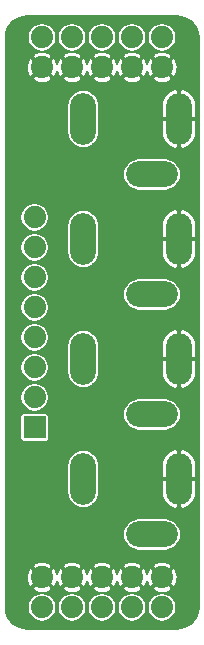
<source format=gbr>
G04 #@! TF.GenerationSoftware,KiCad,Pcbnew,(5.1.5)-3*
G04 #@! TF.CreationDate,2020-03-15T10:43:50-07:00*
G04 #@! TF.ProjectId,bbf-eurojacks_v1,6262662d-6575-4726-9f6a-61636b735f76,rev?*
G04 #@! TF.SameCoordinates,Original*
G04 #@! TF.FileFunction,Copper,L2,Bot*
G04 #@! TF.FilePolarity,Positive*
%FSLAX46Y46*%
G04 Gerber Fmt 4.6, Leading zero omitted, Abs format (unit mm)*
G04 Created by KiCad (PCBNEW (5.1.5)-3) date 2020-03-15 10:43:50*
%MOMM*%
%LPD*%
G04 APERTURE LIST*
G04 #@! TA.AperFunction,ComponentPad*
%ADD10O,2.184400X4.368800*%
G04 #@! TD*
G04 #@! TA.AperFunction,ComponentPad*
%ADD11O,4.368800X2.184400*%
G04 #@! TD*
G04 #@! TA.AperFunction,ComponentPad*
%ADD12C,1.879600*%
G04 #@! TD*
G04 #@! TA.AperFunction,ComponentPad*
%ADD13R,1.879600X1.879600*%
G04 #@! TD*
G04 #@! TA.AperFunction,Conductor*
%ADD14C,0.127000*%
G04 #@! TD*
G04 APERTURE END LIST*
D10*
G04 #@! TO.P,J4,2*
G04 #@! TO.N,Net-(J4-Pad2)*
X146916100Y-118253600D03*
D11*
G04 #@! TO.P,J4,3*
G04 #@! TO.N,Net-(J4-Pad3)*
X152716100Y-122953600D03*
D10*
G04 #@! TO.P,J4,1*
G04 #@! TO.N,GND*
X155016100Y-118253600D03*
G04 #@! TD*
G04 #@! TO.P,J3,2*
G04 #@! TO.N,Net-(J3-Pad2)*
X146916100Y-108093600D03*
D11*
G04 #@! TO.P,J3,3*
G04 #@! TO.N,Net-(J3-Pad3)*
X152716100Y-112793600D03*
D10*
G04 #@! TO.P,J3,1*
G04 #@! TO.N,GND*
X155016100Y-108093600D03*
G04 #@! TD*
G04 #@! TO.P,J2,2*
G04 #@! TO.N,Net-(J2-Pad2)*
X146916100Y-97933600D03*
D11*
G04 #@! TO.P,J2,3*
G04 #@! TO.N,Net-(J2-Pad3)*
X152716100Y-102633600D03*
D10*
G04 #@! TO.P,J2,1*
G04 #@! TO.N,GND*
X155016100Y-97933600D03*
G04 #@! TD*
G04 #@! TO.P,J1,2*
G04 #@! TO.N,Net-(J1-Pad2)*
X146916100Y-87773600D03*
D11*
G04 #@! TO.P,J1,3*
G04 #@! TO.N,Net-(J1-Pad3)*
X152716100Y-92473600D03*
D10*
G04 #@! TO.P,J1,1*
G04 #@! TO.N,GND*
X155016100Y-87773600D03*
G04 #@! TD*
D12*
G04 #@! TO.P,JP1,10*
G04 #@! TO.N,VCC*
X153581100Y-80868600D03*
G04 #@! TO.P,JP1,9*
G04 #@! TO.N,GND*
X153581100Y-83408600D03*
G04 #@! TO.P,JP1,8*
G04 #@! TO.N,VCC*
X151041100Y-80868600D03*
G04 #@! TO.P,JP1,7*
G04 #@! TO.N,GND*
X151041100Y-83408600D03*
G04 #@! TO.P,JP1,6*
G04 #@! TO.N,VCC*
X148501100Y-80868600D03*
G04 #@! TO.P,JP1,5*
G04 #@! TO.N,GND*
X148501100Y-83408600D03*
G04 #@! TO.P,JP1,4*
G04 #@! TO.N,VCC*
X145961100Y-80868600D03*
G04 #@! TO.P,JP1,3*
G04 #@! TO.N,GND*
X145961100Y-83408600D03*
G04 #@! TO.P,JP1,2*
G04 #@! TO.N,VCC*
X143421100Y-80868600D03*
G04 #@! TO.P,JP1,1*
G04 #@! TO.N,GND*
X143421100Y-83408600D03*
G04 #@! TD*
G04 #@! TO.P,JP3,10*
G04 #@! TO.N,GND*
X153581100Y-126588600D03*
G04 #@! TO.P,JP3,9*
G04 #@! TO.N,VEE*
X153581100Y-129128600D03*
G04 #@! TO.P,JP3,8*
G04 #@! TO.N,GND*
X151041100Y-126588600D03*
G04 #@! TO.P,JP3,7*
G04 #@! TO.N,VEE*
X151041100Y-129128600D03*
G04 #@! TO.P,JP3,6*
G04 #@! TO.N,GND*
X148501100Y-126588600D03*
G04 #@! TO.P,JP3,5*
G04 #@! TO.N,VEE*
X148501100Y-129128600D03*
G04 #@! TO.P,JP3,4*
G04 #@! TO.N,GND*
X145961100Y-126588600D03*
G04 #@! TO.P,JP3,3*
G04 #@! TO.N,VEE*
X145961100Y-129128600D03*
G04 #@! TO.P,JP3,2*
G04 #@! TO.N,GND*
X143421100Y-126588600D03*
G04 #@! TO.P,JP3,1*
G04 #@! TO.N,VEE*
X143421100Y-129128600D03*
G04 #@! TD*
G04 #@! TO.P,JP2,8*
G04 #@! TO.N,Net-(J1-Pad2)*
X142786100Y-96108600D03*
G04 #@! TO.P,JP2,7*
G04 #@! TO.N,Net-(J1-Pad3)*
X142786100Y-98648600D03*
G04 #@! TO.P,JP2,6*
G04 #@! TO.N,Net-(J2-Pad2)*
X142786100Y-101188600D03*
G04 #@! TO.P,JP2,5*
G04 #@! TO.N,Net-(J2-Pad3)*
X142786100Y-103728600D03*
G04 #@! TO.P,JP2,4*
G04 #@! TO.N,Net-(J3-Pad2)*
X142786100Y-106268600D03*
G04 #@! TO.P,JP2,3*
G04 #@! TO.N,Net-(J3-Pad3)*
X142786100Y-108808600D03*
G04 #@! TO.P,JP2,2*
G04 #@! TO.N,Net-(J4-Pad2)*
X142786100Y-111348600D03*
D13*
G04 #@! TO.P,JP2,1*
G04 #@! TO.N,Net-(J4-Pad3)*
X142786100Y-113888600D03*
G04 #@! TD*
D14*
G04 #@! TO.N,GND*
G36*
X155211902Y-79096922D02*
G01*
X155549340Y-79198800D01*
X155860568Y-79364283D01*
X156133720Y-79587060D01*
X156358403Y-79858655D01*
X156526055Y-80168719D01*
X156630286Y-80505439D01*
X156667570Y-80860165D01*
X156667600Y-80868908D01*
X156667599Y-129124268D01*
X156632588Y-129481345D01*
X156530144Y-129820652D01*
X156363745Y-130133604D01*
X156139735Y-130408266D01*
X155866636Y-130634194D01*
X155554857Y-130802772D01*
X155216271Y-130907582D01*
X154859605Y-130945070D01*
X154851083Y-130945099D01*
X142155432Y-130945099D01*
X141798355Y-130910088D01*
X141459048Y-130807644D01*
X141146096Y-130641245D01*
X140871434Y-130417235D01*
X140645506Y-130144136D01*
X140476928Y-129832357D01*
X140372118Y-129493771D01*
X140334630Y-129137105D01*
X140334601Y-129128583D01*
X140334601Y-129010085D01*
X142217800Y-129010085D01*
X142217800Y-129247115D01*
X142264042Y-129479590D01*
X142354750Y-129698576D01*
X142486436Y-129895659D01*
X142654041Y-130063264D01*
X142851124Y-130194950D01*
X143070110Y-130285658D01*
X143302585Y-130331900D01*
X143539615Y-130331900D01*
X143772090Y-130285658D01*
X143991076Y-130194950D01*
X144188159Y-130063264D01*
X144355764Y-129895659D01*
X144487450Y-129698576D01*
X144578158Y-129479590D01*
X144624400Y-129247115D01*
X144624400Y-129010085D01*
X144757800Y-129010085D01*
X144757800Y-129247115D01*
X144804042Y-129479590D01*
X144894750Y-129698576D01*
X145026436Y-129895659D01*
X145194041Y-130063264D01*
X145391124Y-130194950D01*
X145610110Y-130285658D01*
X145842585Y-130331900D01*
X146079615Y-130331900D01*
X146312090Y-130285658D01*
X146531076Y-130194950D01*
X146728159Y-130063264D01*
X146895764Y-129895659D01*
X147027450Y-129698576D01*
X147118158Y-129479590D01*
X147164400Y-129247115D01*
X147164400Y-129010085D01*
X147297800Y-129010085D01*
X147297800Y-129247115D01*
X147344042Y-129479590D01*
X147434750Y-129698576D01*
X147566436Y-129895659D01*
X147734041Y-130063264D01*
X147931124Y-130194950D01*
X148150110Y-130285658D01*
X148382585Y-130331900D01*
X148619615Y-130331900D01*
X148852090Y-130285658D01*
X149071076Y-130194950D01*
X149268159Y-130063264D01*
X149435764Y-129895659D01*
X149567450Y-129698576D01*
X149658158Y-129479590D01*
X149704400Y-129247115D01*
X149704400Y-129010085D01*
X149837800Y-129010085D01*
X149837800Y-129247115D01*
X149884042Y-129479590D01*
X149974750Y-129698576D01*
X150106436Y-129895659D01*
X150274041Y-130063264D01*
X150471124Y-130194950D01*
X150690110Y-130285658D01*
X150922585Y-130331900D01*
X151159615Y-130331900D01*
X151392090Y-130285658D01*
X151611076Y-130194950D01*
X151808159Y-130063264D01*
X151975764Y-129895659D01*
X152107450Y-129698576D01*
X152198158Y-129479590D01*
X152244400Y-129247115D01*
X152244400Y-129010085D01*
X152377800Y-129010085D01*
X152377800Y-129247115D01*
X152424042Y-129479590D01*
X152514750Y-129698576D01*
X152646436Y-129895659D01*
X152814041Y-130063264D01*
X153011124Y-130194950D01*
X153230110Y-130285658D01*
X153462585Y-130331900D01*
X153699615Y-130331900D01*
X153932090Y-130285658D01*
X154151076Y-130194950D01*
X154348159Y-130063264D01*
X154515764Y-129895659D01*
X154647450Y-129698576D01*
X154738158Y-129479590D01*
X154784400Y-129247115D01*
X154784400Y-129010085D01*
X154738158Y-128777610D01*
X154647450Y-128558624D01*
X154515764Y-128361541D01*
X154348159Y-128193936D01*
X154151076Y-128062250D01*
X153932090Y-127971542D01*
X153699615Y-127925300D01*
X153462585Y-127925300D01*
X153230110Y-127971542D01*
X153011124Y-128062250D01*
X152814041Y-128193936D01*
X152646436Y-128361541D01*
X152514750Y-128558624D01*
X152424042Y-128777610D01*
X152377800Y-129010085D01*
X152244400Y-129010085D01*
X152198158Y-128777610D01*
X152107450Y-128558624D01*
X151975764Y-128361541D01*
X151808159Y-128193936D01*
X151611076Y-128062250D01*
X151392090Y-127971542D01*
X151159615Y-127925300D01*
X150922585Y-127925300D01*
X150690110Y-127971542D01*
X150471124Y-128062250D01*
X150274041Y-128193936D01*
X150106436Y-128361541D01*
X149974750Y-128558624D01*
X149884042Y-128777610D01*
X149837800Y-129010085D01*
X149704400Y-129010085D01*
X149658158Y-128777610D01*
X149567450Y-128558624D01*
X149435764Y-128361541D01*
X149268159Y-128193936D01*
X149071076Y-128062250D01*
X148852090Y-127971542D01*
X148619615Y-127925300D01*
X148382585Y-127925300D01*
X148150110Y-127971542D01*
X147931124Y-128062250D01*
X147734041Y-128193936D01*
X147566436Y-128361541D01*
X147434750Y-128558624D01*
X147344042Y-128777610D01*
X147297800Y-129010085D01*
X147164400Y-129010085D01*
X147118158Y-128777610D01*
X147027450Y-128558624D01*
X146895764Y-128361541D01*
X146728159Y-128193936D01*
X146531076Y-128062250D01*
X146312090Y-127971542D01*
X146079615Y-127925300D01*
X145842585Y-127925300D01*
X145610110Y-127971542D01*
X145391124Y-128062250D01*
X145194041Y-128193936D01*
X145026436Y-128361541D01*
X144894750Y-128558624D01*
X144804042Y-128777610D01*
X144757800Y-129010085D01*
X144624400Y-129010085D01*
X144578158Y-128777610D01*
X144487450Y-128558624D01*
X144355764Y-128361541D01*
X144188159Y-128193936D01*
X143991076Y-128062250D01*
X143772090Y-127971542D01*
X143539615Y-127925300D01*
X143302585Y-127925300D01*
X143070110Y-127971542D01*
X142851124Y-128062250D01*
X142654041Y-128193936D01*
X142486436Y-128361541D01*
X142354750Y-128558624D01*
X142264042Y-128777610D01*
X142217800Y-129010085D01*
X140334601Y-129010085D01*
X140334601Y-127512817D01*
X142622041Y-127512817D01*
X142722324Y-127700949D01*
X142952759Y-127815900D01*
X143201193Y-127883686D01*
X143458077Y-127901703D01*
X143713541Y-127869258D01*
X143957766Y-127787599D01*
X144119876Y-127700949D01*
X144220159Y-127512817D01*
X145162041Y-127512817D01*
X145262324Y-127700949D01*
X145492759Y-127815900D01*
X145741193Y-127883686D01*
X145998077Y-127901703D01*
X146253541Y-127869258D01*
X146497766Y-127787599D01*
X146659876Y-127700949D01*
X146760159Y-127512817D01*
X147702041Y-127512817D01*
X147802324Y-127700949D01*
X148032759Y-127815900D01*
X148281193Y-127883686D01*
X148538077Y-127901703D01*
X148793541Y-127869258D01*
X149037766Y-127787599D01*
X149199876Y-127700949D01*
X149300159Y-127512817D01*
X150242041Y-127512817D01*
X150342324Y-127700949D01*
X150572759Y-127815900D01*
X150821193Y-127883686D01*
X151078077Y-127901703D01*
X151333541Y-127869258D01*
X151577766Y-127787599D01*
X151739876Y-127700949D01*
X151840159Y-127512817D01*
X152782041Y-127512817D01*
X152882324Y-127700949D01*
X153112759Y-127815900D01*
X153361193Y-127883686D01*
X153618077Y-127901703D01*
X153873541Y-127869258D01*
X154117766Y-127787599D01*
X154279876Y-127700949D01*
X154380159Y-127512817D01*
X153581100Y-126713758D01*
X152782041Y-127512817D01*
X151840159Y-127512817D01*
X151041100Y-126713758D01*
X150242041Y-127512817D01*
X149300159Y-127512817D01*
X148501100Y-126713758D01*
X147702041Y-127512817D01*
X146760159Y-127512817D01*
X145961100Y-126713758D01*
X145162041Y-127512817D01*
X144220159Y-127512817D01*
X143421100Y-126713758D01*
X142622041Y-127512817D01*
X140334601Y-127512817D01*
X140334601Y-126625577D01*
X142107997Y-126625577D01*
X142140442Y-126881041D01*
X142222101Y-127125266D01*
X142308751Y-127287376D01*
X142496883Y-127387659D01*
X143295942Y-126588600D01*
X143546258Y-126588600D01*
X144345317Y-127387659D01*
X144533449Y-127287376D01*
X144648400Y-127056941D01*
X144689226Y-126907313D01*
X144762101Y-127125266D01*
X144848751Y-127287376D01*
X145036883Y-127387659D01*
X145835942Y-126588600D01*
X146086258Y-126588600D01*
X146885317Y-127387659D01*
X147073449Y-127287376D01*
X147188400Y-127056941D01*
X147229226Y-126907313D01*
X147302101Y-127125266D01*
X147388751Y-127287376D01*
X147576883Y-127387659D01*
X148375942Y-126588600D01*
X148626258Y-126588600D01*
X149425317Y-127387659D01*
X149613449Y-127287376D01*
X149728400Y-127056941D01*
X149769226Y-126907313D01*
X149842101Y-127125266D01*
X149928751Y-127287376D01*
X150116883Y-127387659D01*
X150915942Y-126588600D01*
X151166258Y-126588600D01*
X151965317Y-127387659D01*
X152153449Y-127287376D01*
X152268400Y-127056941D01*
X152309226Y-126907313D01*
X152382101Y-127125266D01*
X152468751Y-127287376D01*
X152656883Y-127387659D01*
X153455942Y-126588600D01*
X153706258Y-126588600D01*
X154505317Y-127387659D01*
X154693449Y-127287376D01*
X154808400Y-127056941D01*
X154876186Y-126808507D01*
X154894203Y-126551623D01*
X154861758Y-126296159D01*
X154780099Y-126051934D01*
X154693449Y-125889824D01*
X154505317Y-125789541D01*
X153706258Y-126588600D01*
X153455942Y-126588600D01*
X152656883Y-125789541D01*
X152468751Y-125889824D01*
X152353800Y-126120259D01*
X152312974Y-126269887D01*
X152240099Y-126051934D01*
X152153449Y-125889824D01*
X151965317Y-125789541D01*
X151166258Y-126588600D01*
X150915942Y-126588600D01*
X150116883Y-125789541D01*
X149928751Y-125889824D01*
X149813800Y-126120259D01*
X149772974Y-126269887D01*
X149700099Y-126051934D01*
X149613449Y-125889824D01*
X149425317Y-125789541D01*
X148626258Y-126588600D01*
X148375942Y-126588600D01*
X147576883Y-125789541D01*
X147388751Y-125889824D01*
X147273800Y-126120259D01*
X147232974Y-126269887D01*
X147160099Y-126051934D01*
X147073449Y-125889824D01*
X146885317Y-125789541D01*
X146086258Y-126588600D01*
X145835942Y-126588600D01*
X145036883Y-125789541D01*
X144848751Y-125889824D01*
X144733800Y-126120259D01*
X144692974Y-126269887D01*
X144620099Y-126051934D01*
X144533449Y-125889824D01*
X144345317Y-125789541D01*
X143546258Y-126588600D01*
X143295942Y-126588600D01*
X142496883Y-125789541D01*
X142308751Y-125889824D01*
X142193800Y-126120259D01*
X142126014Y-126368693D01*
X142107997Y-126625577D01*
X140334601Y-126625577D01*
X140334601Y-125664383D01*
X142622041Y-125664383D01*
X143421100Y-126463442D01*
X144220159Y-125664383D01*
X145162041Y-125664383D01*
X145961100Y-126463442D01*
X146760159Y-125664383D01*
X147702041Y-125664383D01*
X148501100Y-126463442D01*
X149300159Y-125664383D01*
X150242041Y-125664383D01*
X151041100Y-126463442D01*
X151840159Y-125664383D01*
X152782041Y-125664383D01*
X153581100Y-126463442D01*
X154380159Y-125664383D01*
X154279876Y-125476251D01*
X154049441Y-125361300D01*
X153801007Y-125293514D01*
X153544123Y-125275497D01*
X153288659Y-125307942D01*
X153044434Y-125389601D01*
X152882324Y-125476251D01*
X152782041Y-125664383D01*
X151840159Y-125664383D01*
X151739876Y-125476251D01*
X151509441Y-125361300D01*
X151261007Y-125293514D01*
X151004123Y-125275497D01*
X150748659Y-125307942D01*
X150504434Y-125389601D01*
X150342324Y-125476251D01*
X150242041Y-125664383D01*
X149300159Y-125664383D01*
X149199876Y-125476251D01*
X148969441Y-125361300D01*
X148721007Y-125293514D01*
X148464123Y-125275497D01*
X148208659Y-125307942D01*
X147964434Y-125389601D01*
X147802324Y-125476251D01*
X147702041Y-125664383D01*
X146760159Y-125664383D01*
X146659876Y-125476251D01*
X146429441Y-125361300D01*
X146181007Y-125293514D01*
X145924123Y-125275497D01*
X145668659Y-125307942D01*
X145424434Y-125389601D01*
X145262324Y-125476251D01*
X145162041Y-125664383D01*
X144220159Y-125664383D01*
X144119876Y-125476251D01*
X143889441Y-125361300D01*
X143641007Y-125293514D01*
X143384123Y-125275497D01*
X143128659Y-125307942D01*
X142884434Y-125389601D01*
X142722324Y-125476251D01*
X142622041Y-125664383D01*
X140334601Y-125664383D01*
X140334601Y-122953600D01*
X150261641Y-122953600D01*
X150287816Y-123219364D01*
X150365337Y-123474914D01*
X150491223Y-123710431D01*
X150660637Y-123916863D01*
X150867069Y-124086277D01*
X151102586Y-124212163D01*
X151358136Y-124289684D01*
X151557304Y-124309300D01*
X153874896Y-124309300D01*
X154074064Y-124289684D01*
X154329614Y-124212163D01*
X154565131Y-124086277D01*
X154771563Y-123916863D01*
X154940977Y-123710431D01*
X155066863Y-123474914D01*
X155144384Y-123219364D01*
X155170559Y-122953600D01*
X155144384Y-122687836D01*
X155066863Y-122432286D01*
X154940977Y-122196769D01*
X154771563Y-121990337D01*
X154565131Y-121820923D01*
X154329614Y-121695037D01*
X154074064Y-121617516D01*
X153874896Y-121597900D01*
X151557304Y-121597900D01*
X151358136Y-121617516D01*
X151102586Y-121695037D01*
X150867069Y-121820923D01*
X150660637Y-121990337D01*
X150491223Y-122196769D01*
X150365337Y-122432286D01*
X150287816Y-122687836D01*
X150261641Y-122953600D01*
X140334601Y-122953600D01*
X140334601Y-119412395D01*
X145560400Y-119412395D01*
X145580016Y-119611563D01*
X145657537Y-119867113D01*
X145783423Y-120102630D01*
X145952837Y-120309062D01*
X146159269Y-120478477D01*
X146394786Y-120604363D01*
X146650336Y-120681884D01*
X146916100Y-120708059D01*
X147181863Y-120681884D01*
X147437413Y-120604363D01*
X147672930Y-120478477D01*
X147879362Y-120309063D01*
X148048777Y-120102631D01*
X148174663Y-119867114D01*
X148252184Y-119611564D01*
X148271800Y-119412396D01*
X148271800Y-118342100D01*
X153556400Y-118342100D01*
X153556400Y-119434300D01*
X153601713Y-119717373D01*
X153701380Y-119986167D01*
X153851571Y-120230352D01*
X154046515Y-120440544D01*
X154278719Y-120608665D01*
X154539260Y-120728255D01*
X154700762Y-120771032D01*
X154927600Y-120710759D01*
X154927600Y-118342100D01*
X155104600Y-118342100D01*
X155104600Y-120710759D01*
X155331438Y-120771032D01*
X155492940Y-120728255D01*
X155753481Y-120608665D01*
X155985685Y-120440544D01*
X156180629Y-120230352D01*
X156330820Y-119986167D01*
X156430487Y-119717373D01*
X156475800Y-119434300D01*
X156475800Y-118342100D01*
X155104600Y-118342100D01*
X154927600Y-118342100D01*
X153556400Y-118342100D01*
X148271800Y-118342100D01*
X148271800Y-117094804D01*
X148269643Y-117072900D01*
X153556400Y-117072900D01*
X153556400Y-118165100D01*
X154927600Y-118165100D01*
X154927600Y-115796441D01*
X155104600Y-115796441D01*
X155104600Y-118165100D01*
X156475800Y-118165100D01*
X156475800Y-117072900D01*
X156430487Y-116789827D01*
X156330820Y-116521033D01*
X156180629Y-116276848D01*
X155985685Y-116066656D01*
X155753481Y-115898535D01*
X155492940Y-115778945D01*
X155331438Y-115736168D01*
X155104600Y-115796441D01*
X154927600Y-115796441D01*
X154700762Y-115736168D01*
X154539260Y-115778945D01*
X154278719Y-115898535D01*
X154046515Y-116066656D01*
X153851571Y-116276848D01*
X153701380Y-116521033D01*
X153601713Y-116789827D01*
X153556400Y-117072900D01*
X148269643Y-117072900D01*
X148252184Y-116895636D01*
X148174663Y-116640086D01*
X148048777Y-116404569D01*
X147879363Y-116198137D01*
X147672931Y-116028723D01*
X147437414Y-115902837D01*
X147181864Y-115825316D01*
X146916100Y-115799141D01*
X146650337Y-115825316D01*
X146394787Y-115902837D01*
X146159270Y-116028723D01*
X145952838Y-116198137D01*
X145783424Y-116404569D01*
X145657538Y-116640086D01*
X145580017Y-116895636D01*
X145560401Y-117094804D01*
X145560400Y-119412395D01*
X140334601Y-119412395D01*
X140334601Y-112948800D01*
X141581526Y-112948800D01*
X141581526Y-114828400D01*
X141586614Y-114880055D01*
X141601681Y-114929725D01*
X141626148Y-114975501D01*
X141659077Y-115015623D01*
X141699199Y-115048552D01*
X141744975Y-115073019D01*
X141794645Y-115088086D01*
X141846300Y-115093174D01*
X143725900Y-115093174D01*
X143777555Y-115088086D01*
X143827225Y-115073019D01*
X143873001Y-115048552D01*
X143913123Y-115015623D01*
X143946052Y-114975501D01*
X143970519Y-114929725D01*
X143985586Y-114880055D01*
X143990674Y-114828400D01*
X143990674Y-112948800D01*
X143985586Y-112897145D01*
X143970519Y-112847475D01*
X143946052Y-112801699D01*
X143939405Y-112793600D01*
X150261641Y-112793600D01*
X150287816Y-113059364D01*
X150365337Y-113314914D01*
X150491223Y-113550431D01*
X150660637Y-113756863D01*
X150867069Y-113926277D01*
X151102586Y-114052163D01*
X151358136Y-114129684D01*
X151557304Y-114149300D01*
X153874896Y-114149300D01*
X154074064Y-114129684D01*
X154329614Y-114052163D01*
X154565131Y-113926277D01*
X154771563Y-113756863D01*
X154940977Y-113550431D01*
X155066863Y-113314914D01*
X155144384Y-113059364D01*
X155170559Y-112793600D01*
X155144384Y-112527836D01*
X155066863Y-112272286D01*
X154940977Y-112036769D01*
X154771563Y-111830337D01*
X154565131Y-111660923D01*
X154329614Y-111535037D01*
X154074064Y-111457516D01*
X153874896Y-111437900D01*
X151557304Y-111437900D01*
X151358136Y-111457516D01*
X151102586Y-111535037D01*
X150867069Y-111660923D01*
X150660637Y-111830337D01*
X150491223Y-112036769D01*
X150365337Y-112272286D01*
X150287816Y-112527836D01*
X150261641Y-112793600D01*
X143939405Y-112793600D01*
X143913123Y-112761577D01*
X143873001Y-112728648D01*
X143827225Y-112704181D01*
X143777555Y-112689114D01*
X143725900Y-112684026D01*
X141846300Y-112684026D01*
X141794645Y-112689114D01*
X141744975Y-112704181D01*
X141699199Y-112728648D01*
X141659077Y-112761577D01*
X141626148Y-112801699D01*
X141601681Y-112847475D01*
X141586614Y-112897145D01*
X141581526Y-112948800D01*
X140334601Y-112948800D01*
X140334601Y-111230085D01*
X141582800Y-111230085D01*
X141582800Y-111467115D01*
X141629042Y-111699590D01*
X141719750Y-111918576D01*
X141851436Y-112115659D01*
X142019041Y-112283264D01*
X142216124Y-112414950D01*
X142435110Y-112505658D01*
X142667585Y-112551900D01*
X142904615Y-112551900D01*
X143137090Y-112505658D01*
X143356076Y-112414950D01*
X143553159Y-112283264D01*
X143720764Y-112115659D01*
X143852450Y-111918576D01*
X143943158Y-111699590D01*
X143989400Y-111467115D01*
X143989400Y-111230085D01*
X143943158Y-110997610D01*
X143852450Y-110778624D01*
X143720764Y-110581541D01*
X143553159Y-110413936D01*
X143356076Y-110282250D01*
X143137090Y-110191542D01*
X142904615Y-110145300D01*
X142667585Y-110145300D01*
X142435110Y-110191542D01*
X142216124Y-110282250D01*
X142019041Y-110413936D01*
X141851436Y-110581541D01*
X141719750Y-110778624D01*
X141629042Y-110997610D01*
X141582800Y-111230085D01*
X140334601Y-111230085D01*
X140334601Y-108690085D01*
X141582800Y-108690085D01*
X141582800Y-108927115D01*
X141629042Y-109159590D01*
X141719750Y-109378576D01*
X141851436Y-109575659D01*
X142019041Y-109743264D01*
X142216124Y-109874950D01*
X142435110Y-109965658D01*
X142667585Y-110011900D01*
X142904615Y-110011900D01*
X143137090Y-109965658D01*
X143356076Y-109874950D01*
X143553159Y-109743264D01*
X143720764Y-109575659D01*
X143852450Y-109378576D01*
X143904716Y-109252395D01*
X145560400Y-109252395D01*
X145580016Y-109451563D01*
X145657537Y-109707113D01*
X145783423Y-109942630D01*
X145952837Y-110149062D01*
X146159269Y-110318477D01*
X146394786Y-110444363D01*
X146650336Y-110521884D01*
X146916100Y-110548059D01*
X147181863Y-110521884D01*
X147437413Y-110444363D01*
X147672930Y-110318477D01*
X147879362Y-110149063D01*
X148048777Y-109942631D01*
X148174663Y-109707114D01*
X148252184Y-109451564D01*
X148271800Y-109252396D01*
X148271800Y-108182100D01*
X153556400Y-108182100D01*
X153556400Y-109274300D01*
X153601713Y-109557373D01*
X153701380Y-109826167D01*
X153851571Y-110070352D01*
X154046515Y-110280544D01*
X154278719Y-110448665D01*
X154539260Y-110568255D01*
X154700762Y-110611032D01*
X154927600Y-110550759D01*
X154927600Y-108182100D01*
X155104600Y-108182100D01*
X155104600Y-110550759D01*
X155331438Y-110611032D01*
X155492940Y-110568255D01*
X155753481Y-110448665D01*
X155985685Y-110280544D01*
X156180629Y-110070352D01*
X156330820Y-109826167D01*
X156430487Y-109557373D01*
X156475800Y-109274300D01*
X156475800Y-108182100D01*
X155104600Y-108182100D01*
X154927600Y-108182100D01*
X153556400Y-108182100D01*
X148271800Y-108182100D01*
X148271800Y-106934804D01*
X148269643Y-106912900D01*
X153556400Y-106912900D01*
X153556400Y-108005100D01*
X154927600Y-108005100D01*
X154927600Y-105636441D01*
X155104600Y-105636441D01*
X155104600Y-108005100D01*
X156475800Y-108005100D01*
X156475800Y-106912900D01*
X156430487Y-106629827D01*
X156330820Y-106361033D01*
X156180629Y-106116848D01*
X155985685Y-105906656D01*
X155753481Y-105738535D01*
X155492940Y-105618945D01*
X155331438Y-105576168D01*
X155104600Y-105636441D01*
X154927600Y-105636441D01*
X154700762Y-105576168D01*
X154539260Y-105618945D01*
X154278719Y-105738535D01*
X154046515Y-105906656D01*
X153851571Y-106116848D01*
X153701380Y-106361033D01*
X153601713Y-106629827D01*
X153556400Y-106912900D01*
X148269643Y-106912900D01*
X148252184Y-106735636D01*
X148174663Y-106480086D01*
X148048777Y-106244569D01*
X147879363Y-106038137D01*
X147672931Y-105868723D01*
X147437414Y-105742837D01*
X147181864Y-105665316D01*
X146916100Y-105639141D01*
X146650337Y-105665316D01*
X146394787Y-105742837D01*
X146159270Y-105868723D01*
X145952838Y-106038137D01*
X145783424Y-106244569D01*
X145657538Y-106480086D01*
X145580017Y-106735636D01*
X145560401Y-106934804D01*
X145560400Y-109252395D01*
X143904716Y-109252395D01*
X143943158Y-109159590D01*
X143989400Y-108927115D01*
X143989400Y-108690085D01*
X143943158Y-108457610D01*
X143852450Y-108238624D01*
X143720764Y-108041541D01*
X143553159Y-107873936D01*
X143356076Y-107742250D01*
X143137090Y-107651542D01*
X142904615Y-107605300D01*
X142667585Y-107605300D01*
X142435110Y-107651542D01*
X142216124Y-107742250D01*
X142019041Y-107873936D01*
X141851436Y-108041541D01*
X141719750Y-108238624D01*
X141629042Y-108457610D01*
X141582800Y-108690085D01*
X140334601Y-108690085D01*
X140334601Y-106150085D01*
X141582800Y-106150085D01*
X141582800Y-106387115D01*
X141629042Y-106619590D01*
X141719750Y-106838576D01*
X141851436Y-107035659D01*
X142019041Y-107203264D01*
X142216124Y-107334950D01*
X142435110Y-107425658D01*
X142667585Y-107471900D01*
X142904615Y-107471900D01*
X143137090Y-107425658D01*
X143356076Y-107334950D01*
X143553159Y-107203264D01*
X143720764Y-107035659D01*
X143852450Y-106838576D01*
X143943158Y-106619590D01*
X143989400Y-106387115D01*
X143989400Y-106150085D01*
X143943158Y-105917610D01*
X143852450Y-105698624D01*
X143720764Y-105501541D01*
X143553159Y-105333936D01*
X143356076Y-105202250D01*
X143137090Y-105111542D01*
X142904615Y-105065300D01*
X142667585Y-105065300D01*
X142435110Y-105111542D01*
X142216124Y-105202250D01*
X142019041Y-105333936D01*
X141851436Y-105501541D01*
X141719750Y-105698624D01*
X141629042Y-105917610D01*
X141582800Y-106150085D01*
X140334601Y-106150085D01*
X140334601Y-103610085D01*
X141582800Y-103610085D01*
X141582800Y-103847115D01*
X141629042Y-104079590D01*
X141719750Y-104298576D01*
X141851436Y-104495659D01*
X142019041Y-104663264D01*
X142216124Y-104794950D01*
X142435110Y-104885658D01*
X142667585Y-104931900D01*
X142904615Y-104931900D01*
X143137090Y-104885658D01*
X143356076Y-104794950D01*
X143553159Y-104663264D01*
X143720764Y-104495659D01*
X143852450Y-104298576D01*
X143943158Y-104079590D01*
X143989400Y-103847115D01*
X143989400Y-103610085D01*
X143943158Y-103377610D01*
X143852450Y-103158624D01*
X143720764Y-102961541D01*
X143553159Y-102793936D01*
X143356076Y-102662250D01*
X143286910Y-102633600D01*
X150261641Y-102633600D01*
X150287816Y-102899364D01*
X150365337Y-103154914D01*
X150491223Y-103390431D01*
X150660637Y-103596863D01*
X150867069Y-103766277D01*
X151102586Y-103892163D01*
X151358136Y-103969684D01*
X151557304Y-103989300D01*
X153874896Y-103989300D01*
X154074064Y-103969684D01*
X154329614Y-103892163D01*
X154565131Y-103766277D01*
X154771563Y-103596863D01*
X154940977Y-103390431D01*
X155066863Y-103154914D01*
X155144384Y-102899364D01*
X155170559Y-102633600D01*
X155144384Y-102367836D01*
X155066863Y-102112286D01*
X154940977Y-101876769D01*
X154771563Y-101670337D01*
X154565131Y-101500923D01*
X154329614Y-101375037D01*
X154074064Y-101297516D01*
X153874896Y-101277900D01*
X151557304Y-101277900D01*
X151358136Y-101297516D01*
X151102586Y-101375037D01*
X150867069Y-101500923D01*
X150660637Y-101670337D01*
X150491223Y-101876769D01*
X150365337Y-102112286D01*
X150287816Y-102367836D01*
X150261641Y-102633600D01*
X143286910Y-102633600D01*
X143137090Y-102571542D01*
X142904615Y-102525300D01*
X142667585Y-102525300D01*
X142435110Y-102571542D01*
X142216124Y-102662250D01*
X142019041Y-102793936D01*
X141851436Y-102961541D01*
X141719750Y-103158624D01*
X141629042Y-103377610D01*
X141582800Y-103610085D01*
X140334601Y-103610085D01*
X140334601Y-101070085D01*
X141582800Y-101070085D01*
X141582800Y-101307115D01*
X141629042Y-101539590D01*
X141719750Y-101758576D01*
X141851436Y-101955659D01*
X142019041Y-102123264D01*
X142216124Y-102254950D01*
X142435110Y-102345658D01*
X142667585Y-102391900D01*
X142904615Y-102391900D01*
X143137090Y-102345658D01*
X143356076Y-102254950D01*
X143553159Y-102123264D01*
X143720764Y-101955659D01*
X143852450Y-101758576D01*
X143943158Y-101539590D01*
X143989400Y-101307115D01*
X143989400Y-101070085D01*
X143943158Y-100837610D01*
X143852450Y-100618624D01*
X143720764Y-100421541D01*
X143553159Y-100253936D01*
X143356076Y-100122250D01*
X143137090Y-100031542D01*
X142904615Y-99985300D01*
X142667585Y-99985300D01*
X142435110Y-100031542D01*
X142216124Y-100122250D01*
X142019041Y-100253936D01*
X141851436Y-100421541D01*
X141719750Y-100618624D01*
X141629042Y-100837610D01*
X141582800Y-101070085D01*
X140334601Y-101070085D01*
X140334601Y-98530085D01*
X141582800Y-98530085D01*
X141582800Y-98767115D01*
X141629042Y-98999590D01*
X141719750Y-99218576D01*
X141851436Y-99415659D01*
X142019041Y-99583264D01*
X142216124Y-99714950D01*
X142435110Y-99805658D01*
X142667585Y-99851900D01*
X142904615Y-99851900D01*
X143137090Y-99805658D01*
X143356076Y-99714950D01*
X143553159Y-99583264D01*
X143720764Y-99415659D01*
X143852450Y-99218576D01*
X143904716Y-99092395D01*
X145560400Y-99092395D01*
X145580016Y-99291563D01*
X145657537Y-99547113D01*
X145783423Y-99782630D01*
X145952837Y-99989062D01*
X146159269Y-100158477D01*
X146394786Y-100284363D01*
X146650336Y-100361884D01*
X146916100Y-100388059D01*
X147181863Y-100361884D01*
X147437413Y-100284363D01*
X147672930Y-100158477D01*
X147879362Y-99989063D01*
X148048777Y-99782631D01*
X148174663Y-99547114D01*
X148252184Y-99291564D01*
X148271800Y-99092396D01*
X148271800Y-98022100D01*
X153556400Y-98022100D01*
X153556400Y-99114300D01*
X153601713Y-99397373D01*
X153701380Y-99666167D01*
X153851571Y-99910352D01*
X154046515Y-100120544D01*
X154278719Y-100288665D01*
X154539260Y-100408255D01*
X154700762Y-100451032D01*
X154927600Y-100390759D01*
X154927600Y-98022100D01*
X155104600Y-98022100D01*
X155104600Y-100390759D01*
X155331438Y-100451032D01*
X155492940Y-100408255D01*
X155753481Y-100288665D01*
X155985685Y-100120544D01*
X156180629Y-99910352D01*
X156330820Y-99666167D01*
X156430487Y-99397373D01*
X156475800Y-99114300D01*
X156475800Y-98022100D01*
X155104600Y-98022100D01*
X154927600Y-98022100D01*
X153556400Y-98022100D01*
X148271800Y-98022100D01*
X148271800Y-96774804D01*
X148269643Y-96752900D01*
X153556400Y-96752900D01*
X153556400Y-97845100D01*
X154927600Y-97845100D01*
X154927600Y-95476441D01*
X155104600Y-95476441D01*
X155104600Y-97845100D01*
X156475800Y-97845100D01*
X156475800Y-96752900D01*
X156430487Y-96469827D01*
X156330820Y-96201033D01*
X156180629Y-95956848D01*
X155985685Y-95746656D01*
X155753481Y-95578535D01*
X155492940Y-95458945D01*
X155331438Y-95416168D01*
X155104600Y-95476441D01*
X154927600Y-95476441D01*
X154700762Y-95416168D01*
X154539260Y-95458945D01*
X154278719Y-95578535D01*
X154046515Y-95746656D01*
X153851571Y-95956848D01*
X153701380Y-96201033D01*
X153601713Y-96469827D01*
X153556400Y-96752900D01*
X148269643Y-96752900D01*
X148252184Y-96575636D01*
X148174663Y-96320086D01*
X148048777Y-96084569D01*
X147879363Y-95878137D01*
X147672931Y-95708723D01*
X147437414Y-95582837D01*
X147181864Y-95505316D01*
X146916100Y-95479141D01*
X146650337Y-95505316D01*
X146394787Y-95582837D01*
X146159270Y-95708723D01*
X145952838Y-95878137D01*
X145783424Y-96084569D01*
X145657538Y-96320086D01*
X145580017Y-96575636D01*
X145560401Y-96774804D01*
X145560400Y-99092395D01*
X143904716Y-99092395D01*
X143943158Y-98999590D01*
X143989400Y-98767115D01*
X143989400Y-98530085D01*
X143943158Y-98297610D01*
X143852450Y-98078624D01*
X143720764Y-97881541D01*
X143553159Y-97713936D01*
X143356076Y-97582250D01*
X143137090Y-97491542D01*
X142904615Y-97445300D01*
X142667585Y-97445300D01*
X142435110Y-97491542D01*
X142216124Y-97582250D01*
X142019041Y-97713936D01*
X141851436Y-97881541D01*
X141719750Y-98078624D01*
X141629042Y-98297610D01*
X141582800Y-98530085D01*
X140334601Y-98530085D01*
X140334601Y-95990085D01*
X141582800Y-95990085D01*
X141582800Y-96227115D01*
X141629042Y-96459590D01*
X141719750Y-96678576D01*
X141851436Y-96875659D01*
X142019041Y-97043264D01*
X142216124Y-97174950D01*
X142435110Y-97265658D01*
X142667585Y-97311900D01*
X142904615Y-97311900D01*
X143137090Y-97265658D01*
X143356076Y-97174950D01*
X143553159Y-97043264D01*
X143720764Y-96875659D01*
X143852450Y-96678576D01*
X143943158Y-96459590D01*
X143989400Y-96227115D01*
X143989400Y-95990085D01*
X143943158Y-95757610D01*
X143852450Y-95538624D01*
X143720764Y-95341541D01*
X143553159Y-95173936D01*
X143356076Y-95042250D01*
X143137090Y-94951542D01*
X142904615Y-94905300D01*
X142667585Y-94905300D01*
X142435110Y-94951542D01*
X142216124Y-95042250D01*
X142019041Y-95173936D01*
X141851436Y-95341541D01*
X141719750Y-95538624D01*
X141629042Y-95757610D01*
X141582800Y-95990085D01*
X140334601Y-95990085D01*
X140334601Y-92473600D01*
X150261641Y-92473600D01*
X150287816Y-92739364D01*
X150365337Y-92994914D01*
X150491223Y-93230431D01*
X150660637Y-93436863D01*
X150867069Y-93606277D01*
X151102586Y-93732163D01*
X151358136Y-93809684D01*
X151557304Y-93829300D01*
X153874896Y-93829300D01*
X154074064Y-93809684D01*
X154329614Y-93732163D01*
X154565131Y-93606277D01*
X154771563Y-93436863D01*
X154940977Y-93230431D01*
X155066863Y-92994914D01*
X155144384Y-92739364D01*
X155170559Y-92473600D01*
X155144384Y-92207836D01*
X155066863Y-91952286D01*
X154940977Y-91716769D01*
X154771563Y-91510337D01*
X154565131Y-91340923D01*
X154329614Y-91215037D01*
X154074064Y-91137516D01*
X153874896Y-91117900D01*
X151557304Y-91117900D01*
X151358136Y-91137516D01*
X151102586Y-91215037D01*
X150867069Y-91340923D01*
X150660637Y-91510337D01*
X150491223Y-91716769D01*
X150365337Y-91952286D01*
X150287816Y-92207836D01*
X150261641Y-92473600D01*
X140334601Y-92473600D01*
X140334601Y-88932395D01*
X145560400Y-88932395D01*
X145580016Y-89131563D01*
X145657537Y-89387113D01*
X145783423Y-89622630D01*
X145952837Y-89829062D01*
X146159269Y-89998477D01*
X146394786Y-90124363D01*
X146650336Y-90201884D01*
X146916100Y-90228059D01*
X147181863Y-90201884D01*
X147437413Y-90124363D01*
X147672930Y-89998477D01*
X147879362Y-89829063D01*
X148048777Y-89622631D01*
X148174663Y-89387114D01*
X148252184Y-89131564D01*
X148271800Y-88932396D01*
X148271800Y-87862100D01*
X153556400Y-87862100D01*
X153556400Y-88954300D01*
X153601713Y-89237373D01*
X153701380Y-89506167D01*
X153851571Y-89750352D01*
X154046515Y-89960544D01*
X154278719Y-90128665D01*
X154539260Y-90248255D01*
X154700762Y-90291032D01*
X154927600Y-90230759D01*
X154927600Y-87862100D01*
X155104600Y-87862100D01*
X155104600Y-90230759D01*
X155331438Y-90291032D01*
X155492940Y-90248255D01*
X155753481Y-90128665D01*
X155985685Y-89960544D01*
X156180629Y-89750352D01*
X156330820Y-89506167D01*
X156430487Y-89237373D01*
X156475800Y-88954300D01*
X156475800Y-87862100D01*
X155104600Y-87862100D01*
X154927600Y-87862100D01*
X153556400Y-87862100D01*
X148271800Y-87862100D01*
X148271800Y-86614804D01*
X148269643Y-86592900D01*
X153556400Y-86592900D01*
X153556400Y-87685100D01*
X154927600Y-87685100D01*
X154927600Y-85316441D01*
X155104600Y-85316441D01*
X155104600Y-87685100D01*
X156475800Y-87685100D01*
X156475800Y-86592900D01*
X156430487Y-86309827D01*
X156330820Y-86041033D01*
X156180629Y-85796848D01*
X155985685Y-85586656D01*
X155753481Y-85418535D01*
X155492940Y-85298945D01*
X155331438Y-85256168D01*
X155104600Y-85316441D01*
X154927600Y-85316441D01*
X154700762Y-85256168D01*
X154539260Y-85298945D01*
X154278719Y-85418535D01*
X154046515Y-85586656D01*
X153851571Y-85796848D01*
X153701380Y-86041033D01*
X153601713Y-86309827D01*
X153556400Y-86592900D01*
X148269643Y-86592900D01*
X148252184Y-86415636D01*
X148174663Y-86160086D01*
X148048777Y-85924569D01*
X147879363Y-85718137D01*
X147672931Y-85548723D01*
X147437414Y-85422837D01*
X147181864Y-85345316D01*
X146916100Y-85319141D01*
X146650337Y-85345316D01*
X146394787Y-85422837D01*
X146159270Y-85548723D01*
X145952838Y-85718137D01*
X145783424Y-85924569D01*
X145657538Y-86160086D01*
X145580017Y-86415636D01*
X145560401Y-86614804D01*
X145560400Y-88932395D01*
X140334601Y-88932395D01*
X140334601Y-84332817D01*
X142622041Y-84332817D01*
X142722324Y-84520949D01*
X142952759Y-84635900D01*
X143201193Y-84703686D01*
X143458077Y-84721703D01*
X143713541Y-84689258D01*
X143957766Y-84607599D01*
X144119876Y-84520949D01*
X144220159Y-84332817D01*
X145162041Y-84332817D01*
X145262324Y-84520949D01*
X145492759Y-84635900D01*
X145741193Y-84703686D01*
X145998077Y-84721703D01*
X146253541Y-84689258D01*
X146497766Y-84607599D01*
X146659876Y-84520949D01*
X146760159Y-84332817D01*
X147702041Y-84332817D01*
X147802324Y-84520949D01*
X148032759Y-84635900D01*
X148281193Y-84703686D01*
X148538077Y-84721703D01*
X148793541Y-84689258D01*
X149037766Y-84607599D01*
X149199876Y-84520949D01*
X149300159Y-84332817D01*
X150242041Y-84332817D01*
X150342324Y-84520949D01*
X150572759Y-84635900D01*
X150821193Y-84703686D01*
X151078077Y-84721703D01*
X151333541Y-84689258D01*
X151577766Y-84607599D01*
X151739876Y-84520949D01*
X151840159Y-84332817D01*
X152782041Y-84332817D01*
X152882324Y-84520949D01*
X153112759Y-84635900D01*
X153361193Y-84703686D01*
X153618077Y-84721703D01*
X153873541Y-84689258D01*
X154117766Y-84607599D01*
X154279876Y-84520949D01*
X154380159Y-84332817D01*
X153581100Y-83533758D01*
X152782041Y-84332817D01*
X151840159Y-84332817D01*
X151041100Y-83533758D01*
X150242041Y-84332817D01*
X149300159Y-84332817D01*
X148501100Y-83533758D01*
X147702041Y-84332817D01*
X146760159Y-84332817D01*
X145961100Y-83533758D01*
X145162041Y-84332817D01*
X144220159Y-84332817D01*
X143421100Y-83533758D01*
X142622041Y-84332817D01*
X140334601Y-84332817D01*
X140334601Y-83445577D01*
X142107997Y-83445577D01*
X142140442Y-83701041D01*
X142222101Y-83945266D01*
X142308751Y-84107376D01*
X142496883Y-84207659D01*
X143295942Y-83408600D01*
X143546258Y-83408600D01*
X144345317Y-84207659D01*
X144533449Y-84107376D01*
X144648400Y-83876941D01*
X144689226Y-83727313D01*
X144762101Y-83945266D01*
X144848751Y-84107376D01*
X145036883Y-84207659D01*
X145835942Y-83408600D01*
X146086258Y-83408600D01*
X146885317Y-84207659D01*
X147073449Y-84107376D01*
X147188400Y-83876941D01*
X147229226Y-83727313D01*
X147302101Y-83945266D01*
X147388751Y-84107376D01*
X147576883Y-84207659D01*
X148375942Y-83408600D01*
X148626258Y-83408600D01*
X149425317Y-84207659D01*
X149613449Y-84107376D01*
X149728400Y-83876941D01*
X149769226Y-83727313D01*
X149842101Y-83945266D01*
X149928751Y-84107376D01*
X150116883Y-84207659D01*
X150915942Y-83408600D01*
X151166258Y-83408600D01*
X151965317Y-84207659D01*
X152153449Y-84107376D01*
X152268400Y-83876941D01*
X152309226Y-83727313D01*
X152382101Y-83945266D01*
X152468751Y-84107376D01*
X152656883Y-84207659D01*
X153455942Y-83408600D01*
X153706258Y-83408600D01*
X154505317Y-84207659D01*
X154693449Y-84107376D01*
X154808400Y-83876941D01*
X154876186Y-83628507D01*
X154894203Y-83371623D01*
X154861758Y-83116159D01*
X154780099Y-82871934D01*
X154693449Y-82709824D01*
X154505317Y-82609541D01*
X153706258Y-83408600D01*
X153455942Y-83408600D01*
X152656883Y-82609541D01*
X152468751Y-82709824D01*
X152353800Y-82940259D01*
X152312974Y-83089887D01*
X152240099Y-82871934D01*
X152153449Y-82709824D01*
X151965317Y-82609541D01*
X151166258Y-83408600D01*
X150915942Y-83408600D01*
X150116883Y-82609541D01*
X149928751Y-82709824D01*
X149813800Y-82940259D01*
X149772974Y-83089887D01*
X149700099Y-82871934D01*
X149613449Y-82709824D01*
X149425317Y-82609541D01*
X148626258Y-83408600D01*
X148375942Y-83408600D01*
X147576883Y-82609541D01*
X147388751Y-82709824D01*
X147273800Y-82940259D01*
X147232974Y-83089887D01*
X147160099Y-82871934D01*
X147073449Y-82709824D01*
X146885317Y-82609541D01*
X146086258Y-83408600D01*
X145835942Y-83408600D01*
X145036883Y-82609541D01*
X144848751Y-82709824D01*
X144733800Y-82940259D01*
X144692974Y-83089887D01*
X144620099Y-82871934D01*
X144533449Y-82709824D01*
X144345317Y-82609541D01*
X143546258Y-83408600D01*
X143295942Y-83408600D01*
X142496883Y-82609541D01*
X142308751Y-82709824D01*
X142193800Y-82940259D01*
X142126014Y-83188693D01*
X142107997Y-83445577D01*
X140334601Y-83445577D01*
X140334601Y-82484383D01*
X142622041Y-82484383D01*
X143421100Y-83283442D01*
X144220159Y-82484383D01*
X145162041Y-82484383D01*
X145961100Y-83283442D01*
X146760159Y-82484383D01*
X147702041Y-82484383D01*
X148501100Y-83283442D01*
X149300159Y-82484383D01*
X150242041Y-82484383D01*
X151041100Y-83283442D01*
X151840159Y-82484383D01*
X152782041Y-82484383D01*
X153581100Y-83283442D01*
X154380159Y-82484383D01*
X154279876Y-82296251D01*
X154049441Y-82181300D01*
X153801007Y-82113514D01*
X153544123Y-82095497D01*
X153288659Y-82127942D01*
X153044434Y-82209601D01*
X152882324Y-82296251D01*
X152782041Y-82484383D01*
X151840159Y-82484383D01*
X151739876Y-82296251D01*
X151509441Y-82181300D01*
X151261007Y-82113514D01*
X151004123Y-82095497D01*
X150748659Y-82127942D01*
X150504434Y-82209601D01*
X150342324Y-82296251D01*
X150242041Y-82484383D01*
X149300159Y-82484383D01*
X149199876Y-82296251D01*
X148969441Y-82181300D01*
X148721007Y-82113514D01*
X148464123Y-82095497D01*
X148208659Y-82127942D01*
X147964434Y-82209601D01*
X147802324Y-82296251D01*
X147702041Y-82484383D01*
X146760159Y-82484383D01*
X146659876Y-82296251D01*
X146429441Y-82181300D01*
X146181007Y-82113514D01*
X145924123Y-82095497D01*
X145668659Y-82127942D01*
X145424434Y-82209601D01*
X145262324Y-82296251D01*
X145162041Y-82484383D01*
X144220159Y-82484383D01*
X144119876Y-82296251D01*
X143889441Y-82181300D01*
X143641007Y-82113514D01*
X143384123Y-82095497D01*
X143128659Y-82127942D01*
X142884434Y-82209601D01*
X142722324Y-82296251D01*
X142622041Y-82484383D01*
X140334601Y-82484383D01*
X140334601Y-80872932D01*
X140346646Y-80750085D01*
X142217800Y-80750085D01*
X142217800Y-80987115D01*
X142264042Y-81219590D01*
X142354750Y-81438576D01*
X142486436Y-81635659D01*
X142654041Y-81803264D01*
X142851124Y-81934950D01*
X143070110Y-82025658D01*
X143302585Y-82071900D01*
X143539615Y-82071900D01*
X143772090Y-82025658D01*
X143991076Y-81934950D01*
X144188159Y-81803264D01*
X144355764Y-81635659D01*
X144487450Y-81438576D01*
X144578158Y-81219590D01*
X144624400Y-80987115D01*
X144624400Y-80750085D01*
X144757800Y-80750085D01*
X144757800Y-80987115D01*
X144804042Y-81219590D01*
X144894750Y-81438576D01*
X145026436Y-81635659D01*
X145194041Y-81803264D01*
X145391124Y-81934950D01*
X145610110Y-82025658D01*
X145842585Y-82071900D01*
X146079615Y-82071900D01*
X146312090Y-82025658D01*
X146531076Y-81934950D01*
X146728159Y-81803264D01*
X146895764Y-81635659D01*
X147027450Y-81438576D01*
X147118158Y-81219590D01*
X147164400Y-80987115D01*
X147164400Y-80750085D01*
X147297800Y-80750085D01*
X147297800Y-80987115D01*
X147344042Y-81219590D01*
X147434750Y-81438576D01*
X147566436Y-81635659D01*
X147734041Y-81803264D01*
X147931124Y-81934950D01*
X148150110Y-82025658D01*
X148382585Y-82071900D01*
X148619615Y-82071900D01*
X148852090Y-82025658D01*
X149071076Y-81934950D01*
X149268159Y-81803264D01*
X149435764Y-81635659D01*
X149567450Y-81438576D01*
X149658158Y-81219590D01*
X149704400Y-80987115D01*
X149704400Y-80750085D01*
X149837800Y-80750085D01*
X149837800Y-80987115D01*
X149884042Y-81219590D01*
X149974750Y-81438576D01*
X150106436Y-81635659D01*
X150274041Y-81803264D01*
X150471124Y-81934950D01*
X150690110Y-82025658D01*
X150922585Y-82071900D01*
X151159615Y-82071900D01*
X151392090Y-82025658D01*
X151611076Y-81934950D01*
X151808159Y-81803264D01*
X151975764Y-81635659D01*
X152107450Y-81438576D01*
X152198158Y-81219590D01*
X152244400Y-80987115D01*
X152244400Y-80750085D01*
X152377800Y-80750085D01*
X152377800Y-80987115D01*
X152424042Y-81219590D01*
X152514750Y-81438576D01*
X152646436Y-81635659D01*
X152814041Y-81803264D01*
X153011124Y-81934950D01*
X153230110Y-82025658D01*
X153462585Y-82071900D01*
X153699615Y-82071900D01*
X153932090Y-82025658D01*
X154151076Y-81934950D01*
X154348159Y-81803264D01*
X154515764Y-81635659D01*
X154647450Y-81438576D01*
X154738158Y-81219590D01*
X154784400Y-80987115D01*
X154784400Y-80750085D01*
X154738158Y-80517610D01*
X154647450Y-80298624D01*
X154515764Y-80101541D01*
X154348159Y-79933936D01*
X154151076Y-79802250D01*
X153932090Y-79711542D01*
X153699615Y-79665300D01*
X153462585Y-79665300D01*
X153230110Y-79711542D01*
X153011124Y-79802250D01*
X152814041Y-79933936D01*
X152646436Y-80101541D01*
X152514750Y-80298624D01*
X152424042Y-80517610D01*
X152377800Y-80750085D01*
X152244400Y-80750085D01*
X152198158Y-80517610D01*
X152107450Y-80298624D01*
X151975764Y-80101541D01*
X151808159Y-79933936D01*
X151611076Y-79802250D01*
X151392090Y-79711542D01*
X151159615Y-79665300D01*
X150922585Y-79665300D01*
X150690110Y-79711542D01*
X150471124Y-79802250D01*
X150274041Y-79933936D01*
X150106436Y-80101541D01*
X149974750Y-80298624D01*
X149884042Y-80517610D01*
X149837800Y-80750085D01*
X149704400Y-80750085D01*
X149658158Y-80517610D01*
X149567450Y-80298624D01*
X149435764Y-80101541D01*
X149268159Y-79933936D01*
X149071076Y-79802250D01*
X148852090Y-79711542D01*
X148619615Y-79665300D01*
X148382585Y-79665300D01*
X148150110Y-79711542D01*
X147931124Y-79802250D01*
X147734041Y-79933936D01*
X147566436Y-80101541D01*
X147434750Y-80298624D01*
X147344042Y-80517610D01*
X147297800Y-80750085D01*
X147164400Y-80750085D01*
X147118158Y-80517610D01*
X147027450Y-80298624D01*
X146895764Y-80101541D01*
X146728159Y-79933936D01*
X146531076Y-79802250D01*
X146312090Y-79711542D01*
X146079615Y-79665300D01*
X145842585Y-79665300D01*
X145610110Y-79711542D01*
X145391124Y-79802250D01*
X145194041Y-79933936D01*
X145026436Y-80101541D01*
X144894750Y-80298624D01*
X144804042Y-80517610D01*
X144757800Y-80750085D01*
X144624400Y-80750085D01*
X144578158Y-80517610D01*
X144487450Y-80298624D01*
X144355764Y-80101541D01*
X144188159Y-79933936D01*
X143991076Y-79802250D01*
X143772090Y-79711542D01*
X143539615Y-79665300D01*
X143302585Y-79665300D01*
X143070110Y-79711542D01*
X142851124Y-79802250D01*
X142654041Y-79933936D01*
X142486436Y-80101541D01*
X142354750Y-80298624D01*
X142264042Y-80517610D01*
X142217800Y-80750085D01*
X140346646Y-80750085D01*
X140369422Y-80517798D01*
X140471300Y-80180360D01*
X140636783Y-79869132D01*
X140859560Y-79595980D01*
X141131155Y-79371297D01*
X141441219Y-79203645D01*
X141777939Y-79099414D01*
X142132665Y-79062130D01*
X142141120Y-79062101D01*
X154856768Y-79062101D01*
X155211902Y-79096922D01*
G37*
X155211902Y-79096922D02*
X155549340Y-79198800D01*
X155860568Y-79364283D01*
X156133720Y-79587060D01*
X156358403Y-79858655D01*
X156526055Y-80168719D01*
X156630286Y-80505439D01*
X156667570Y-80860165D01*
X156667600Y-80868908D01*
X156667599Y-129124268D01*
X156632588Y-129481345D01*
X156530144Y-129820652D01*
X156363745Y-130133604D01*
X156139735Y-130408266D01*
X155866636Y-130634194D01*
X155554857Y-130802772D01*
X155216271Y-130907582D01*
X154859605Y-130945070D01*
X154851083Y-130945099D01*
X142155432Y-130945099D01*
X141798355Y-130910088D01*
X141459048Y-130807644D01*
X141146096Y-130641245D01*
X140871434Y-130417235D01*
X140645506Y-130144136D01*
X140476928Y-129832357D01*
X140372118Y-129493771D01*
X140334630Y-129137105D01*
X140334601Y-129128583D01*
X140334601Y-129010085D01*
X142217800Y-129010085D01*
X142217800Y-129247115D01*
X142264042Y-129479590D01*
X142354750Y-129698576D01*
X142486436Y-129895659D01*
X142654041Y-130063264D01*
X142851124Y-130194950D01*
X143070110Y-130285658D01*
X143302585Y-130331900D01*
X143539615Y-130331900D01*
X143772090Y-130285658D01*
X143991076Y-130194950D01*
X144188159Y-130063264D01*
X144355764Y-129895659D01*
X144487450Y-129698576D01*
X144578158Y-129479590D01*
X144624400Y-129247115D01*
X144624400Y-129010085D01*
X144757800Y-129010085D01*
X144757800Y-129247115D01*
X144804042Y-129479590D01*
X144894750Y-129698576D01*
X145026436Y-129895659D01*
X145194041Y-130063264D01*
X145391124Y-130194950D01*
X145610110Y-130285658D01*
X145842585Y-130331900D01*
X146079615Y-130331900D01*
X146312090Y-130285658D01*
X146531076Y-130194950D01*
X146728159Y-130063264D01*
X146895764Y-129895659D01*
X147027450Y-129698576D01*
X147118158Y-129479590D01*
X147164400Y-129247115D01*
X147164400Y-129010085D01*
X147297800Y-129010085D01*
X147297800Y-129247115D01*
X147344042Y-129479590D01*
X147434750Y-129698576D01*
X147566436Y-129895659D01*
X147734041Y-130063264D01*
X147931124Y-130194950D01*
X148150110Y-130285658D01*
X148382585Y-130331900D01*
X148619615Y-130331900D01*
X148852090Y-130285658D01*
X149071076Y-130194950D01*
X149268159Y-130063264D01*
X149435764Y-129895659D01*
X149567450Y-129698576D01*
X149658158Y-129479590D01*
X149704400Y-129247115D01*
X149704400Y-129010085D01*
X149837800Y-129010085D01*
X149837800Y-129247115D01*
X149884042Y-129479590D01*
X149974750Y-129698576D01*
X150106436Y-129895659D01*
X150274041Y-130063264D01*
X150471124Y-130194950D01*
X150690110Y-130285658D01*
X150922585Y-130331900D01*
X151159615Y-130331900D01*
X151392090Y-130285658D01*
X151611076Y-130194950D01*
X151808159Y-130063264D01*
X151975764Y-129895659D01*
X152107450Y-129698576D01*
X152198158Y-129479590D01*
X152244400Y-129247115D01*
X152244400Y-129010085D01*
X152377800Y-129010085D01*
X152377800Y-129247115D01*
X152424042Y-129479590D01*
X152514750Y-129698576D01*
X152646436Y-129895659D01*
X152814041Y-130063264D01*
X153011124Y-130194950D01*
X153230110Y-130285658D01*
X153462585Y-130331900D01*
X153699615Y-130331900D01*
X153932090Y-130285658D01*
X154151076Y-130194950D01*
X154348159Y-130063264D01*
X154515764Y-129895659D01*
X154647450Y-129698576D01*
X154738158Y-129479590D01*
X154784400Y-129247115D01*
X154784400Y-129010085D01*
X154738158Y-128777610D01*
X154647450Y-128558624D01*
X154515764Y-128361541D01*
X154348159Y-128193936D01*
X154151076Y-128062250D01*
X153932090Y-127971542D01*
X153699615Y-127925300D01*
X153462585Y-127925300D01*
X153230110Y-127971542D01*
X153011124Y-128062250D01*
X152814041Y-128193936D01*
X152646436Y-128361541D01*
X152514750Y-128558624D01*
X152424042Y-128777610D01*
X152377800Y-129010085D01*
X152244400Y-129010085D01*
X152198158Y-128777610D01*
X152107450Y-128558624D01*
X151975764Y-128361541D01*
X151808159Y-128193936D01*
X151611076Y-128062250D01*
X151392090Y-127971542D01*
X151159615Y-127925300D01*
X150922585Y-127925300D01*
X150690110Y-127971542D01*
X150471124Y-128062250D01*
X150274041Y-128193936D01*
X150106436Y-128361541D01*
X149974750Y-128558624D01*
X149884042Y-128777610D01*
X149837800Y-129010085D01*
X149704400Y-129010085D01*
X149658158Y-128777610D01*
X149567450Y-128558624D01*
X149435764Y-128361541D01*
X149268159Y-128193936D01*
X149071076Y-128062250D01*
X148852090Y-127971542D01*
X148619615Y-127925300D01*
X148382585Y-127925300D01*
X148150110Y-127971542D01*
X147931124Y-128062250D01*
X147734041Y-128193936D01*
X147566436Y-128361541D01*
X147434750Y-128558624D01*
X147344042Y-128777610D01*
X147297800Y-129010085D01*
X147164400Y-129010085D01*
X147118158Y-128777610D01*
X147027450Y-128558624D01*
X146895764Y-128361541D01*
X146728159Y-128193936D01*
X146531076Y-128062250D01*
X146312090Y-127971542D01*
X146079615Y-127925300D01*
X145842585Y-127925300D01*
X145610110Y-127971542D01*
X145391124Y-128062250D01*
X145194041Y-128193936D01*
X145026436Y-128361541D01*
X144894750Y-128558624D01*
X144804042Y-128777610D01*
X144757800Y-129010085D01*
X144624400Y-129010085D01*
X144578158Y-128777610D01*
X144487450Y-128558624D01*
X144355764Y-128361541D01*
X144188159Y-128193936D01*
X143991076Y-128062250D01*
X143772090Y-127971542D01*
X143539615Y-127925300D01*
X143302585Y-127925300D01*
X143070110Y-127971542D01*
X142851124Y-128062250D01*
X142654041Y-128193936D01*
X142486436Y-128361541D01*
X142354750Y-128558624D01*
X142264042Y-128777610D01*
X142217800Y-129010085D01*
X140334601Y-129010085D01*
X140334601Y-127512817D01*
X142622041Y-127512817D01*
X142722324Y-127700949D01*
X142952759Y-127815900D01*
X143201193Y-127883686D01*
X143458077Y-127901703D01*
X143713541Y-127869258D01*
X143957766Y-127787599D01*
X144119876Y-127700949D01*
X144220159Y-127512817D01*
X145162041Y-127512817D01*
X145262324Y-127700949D01*
X145492759Y-127815900D01*
X145741193Y-127883686D01*
X145998077Y-127901703D01*
X146253541Y-127869258D01*
X146497766Y-127787599D01*
X146659876Y-127700949D01*
X146760159Y-127512817D01*
X147702041Y-127512817D01*
X147802324Y-127700949D01*
X148032759Y-127815900D01*
X148281193Y-127883686D01*
X148538077Y-127901703D01*
X148793541Y-127869258D01*
X149037766Y-127787599D01*
X149199876Y-127700949D01*
X149300159Y-127512817D01*
X150242041Y-127512817D01*
X150342324Y-127700949D01*
X150572759Y-127815900D01*
X150821193Y-127883686D01*
X151078077Y-127901703D01*
X151333541Y-127869258D01*
X151577766Y-127787599D01*
X151739876Y-127700949D01*
X151840159Y-127512817D01*
X152782041Y-127512817D01*
X152882324Y-127700949D01*
X153112759Y-127815900D01*
X153361193Y-127883686D01*
X153618077Y-127901703D01*
X153873541Y-127869258D01*
X154117766Y-127787599D01*
X154279876Y-127700949D01*
X154380159Y-127512817D01*
X153581100Y-126713758D01*
X152782041Y-127512817D01*
X151840159Y-127512817D01*
X151041100Y-126713758D01*
X150242041Y-127512817D01*
X149300159Y-127512817D01*
X148501100Y-126713758D01*
X147702041Y-127512817D01*
X146760159Y-127512817D01*
X145961100Y-126713758D01*
X145162041Y-127512817D01*
X144220159Y-127512817D01*
X143421100Y-126713758D01*
X142622041Y-127512817D01*
X140334601Y-127512817D01*
X140334601Y-126625577D01*
X142107997Y-126625577D01*
X142140442Y-126881041D01*
X142222101Y-127125266D01*
X142308751Y-127287376D01*
X142496883Y-127387659D01*
X143295942Y-126588600D01*
X143546258Y-126588600D01*
X144345317Y-127387659D01*
X144533449Y-127287376D01*
X144648400Y-127056941D01*
X144689226Y-126907313D01*
X144762101Y-127125266D01*
X144848751Y-127287376D01*
X145036883Y-127387659D01*
X145835942Y-126588600D01*
X146086258Y-126588600D01*
X146885317Y-127387659D01*
X147073449Y-127287376D01*
X147188400Y-127056941D01*
X147229226Y-126907313D01*
X147302101Y-127125266D01*
X147388751Y-127287376D01*
X147576883Y-127387659D01*
X148375942Y-126588600D01*
X148626258Y-126588600D01*
X149425317Y-127387659D01*
X149613449Y-127287376D01*
X149728400Y-127056941D01*
X149769226Y-126907313D01*
X149842101Y-127125266D01*
X149928751Y-127287376D01*
X150116883Y-127387659D01*
X150915942Y-126588600D01*
X151166258Y-126588600D01*
X151965317Y-127387659D01*
X152153449Y-127287376D01*
X152268400Y-127056941D01*
X152309226Y-126907313D01*
X152382101Y-127125266D01*
X152468751Y-127287376D01*
X152656883Y-127387659D01*
X153455942Y-126588600D01*
X153706258Y-126588600D01*
X154505317Y-127387659D01*
X154693449Y-127287376D01*
X154808400Y-127056941D01*
X154876186Y-126808507D01*
X154894203Y-126551623D01*
X154861758Y-126296159D01*
X154780099Y-126051934D01*
X154693449Y-125889824D01*
X154505317Y-125789541D01*
X153706258Y-126588600D01*
X153455942Y-126588600D01*
X152656883Y-125789541D01*
X152468751Y-125889824D01*
X152353800Y-126120259D01*
X152312974Y-126269887D01*
X152240099Y-126051934D01*
X152153449Y-125889824D01*
X151965317Y-125789541D01*
X151166258Y-126588600D01*
X150915942Y-126588600D01*
X150116883Y-125789541D01*
X149928751Y-125889824D01*
X149813800Y-126120259D01*
X149772974Y-126269887D01*
X149700099Y-126051934D01*
X149613449Y-125889824D01*
X149425317Y-125789541D01*
X148626258Y-126588600D01*
X148375942Y-126588600D01*
X147576883Y-125789541D01*
X147388751Y-125889824D01*
X147273800Y-126120259D01*
X147232974Y-126269887D01*
X147160099Y-126051934D01*
X147073449Y-125889824D01*
X146885317Y-125789541D01*
X146086258Y-126588600D01*
X145835942Y-126588600D01*
X145036883Y-125789541D01*
X144848751Y-125889824D01*
X144733800Y-126120259D01*
X144692974Y-126269887D01*
X144620099Y-126051934D01*
X144533449Y-125889824D01*
X144345317Y-125789541D01*
X143546258Y-126588600D01*
X143295942Y-126588600D01*
X142496883Y-125789541D01*
X142308751Y-125889824D01*
X142193800Y-126120259D01*
X142126014Y-126368693D01*
X142107997Y-126625577D01*
X140334601Y-126625577D01*
X140334601Y-125664383D01*
X142622041Y-125664383D01*
X143421100Y-126463442D01*
X144220159Y-125664383D01*
X145162041Y-125664383D01*
X145961100Y-126463442D01*
X146760159Y-125664383D01*
X147702041Y-125664383D01*
X148501100Y-126463442D01*
X149300159Y-125664383D01*
X150242041Y-125664383D01*
X151041100Y-126463442D01*
X151840159Y-125664383D01*
X152782041Y-125664383D01*
X153581100Y-126463442D01*
X154380159Y-125664383D01*
X154279876Y-125476251D01*
X154049441Y-125361300D01*
X153801007Y-125293514D01*
X153544123Y-125275497D01*
X153288659Y-125307942D01*
X153044434Y-125389601D01*
X152882324Y-125476251D01*
X152782041Y-125664383D01*
X151840159Y-125664383D01*
X151739876Y-125476251D01*
X151509441Y-125361300D01*
X151261007Y-125293514D01*
X151004123Y-125275497D01*
X150748659Y-125307942D01*
X150504434Y-125389601D01*
X150342324Y-125476251D01*
X150242041Y-125664383D01*
X149300159Y-125664383D01*
X149199876Y-125476251D01*
X148969441Y-125361300D01*
X148721007Y-125293514D01*
X148464123Y-125275497D01*
X148208659Y-125307942D01*
X147964434Y-125389601D01*
X147802324Y-125476251D01*
X147702041Y-125664383D01*
X146760159Y-125664383D01*
X146659876Y-125476251D01*
X146429441Y-125361300D01*
X146181007Y-125293514D01*
X145924123Y-125275497D01*
X145668659Y-125307942D01*
X145424434Y-125389601D01*
X145262324Y-125476251D01*
X145162041Y-125664383D01*
X144220159Y-125664383D01*
X144119876Y-125476251D01*
X143889441Y-125361300D01*
X143641007Y-125293514D01*
X143384123Y-125275497D01*
X143128659Y-125307942D01*
X142884434Y-125389601D01*
X142722324Y-125476251D01*
X142622041Y-125664383D01*
X140334601Y-125664383D01*
X140334601Y-122953600D01*
X150261641Y-122953600D01*
X150287816Y-123219364D01*
X150365337Y-123474914D01*
X150491223Y-123710431D01*
X150660637Y-123916863D01*
X150867069Y-124086277D01*
X151102586Y-124212163D01*
X151358136Y-124289684D01*
X151557304Y-124309300D01*
X153874896Y-124309300D01*
X154074064Y-124289684D01*
X154329614Y-124212163D01*
X154565131Y-124086277D01*
X154771563Y-123916863D01*
X154940977Y-123710431D01*
X155066863Y-123474914D01*
X155144384Y-123219364D01*
X155170559Y-122953600D01*
X155144384Y-122687836D01*
X155066863Y-122432286D01*
X154940977Y-122196769D01*
X154771563Y-121990337D01*
X154565131Y-121820923D01*
X154329614Y-121695037D01*
X154074064Y-121617516D01*
X153874896Y-121597900D01*
X151557304Y-121597900D01*
X151358136Y-121617516D01*
X151102586Y-121695037D01*
X150867069Y-121820923D01*
X150660637Y-121990337D01*
X150491223Y-122196769D01*
X150365337Y-122432286D01*
X150287816Y-122687836D01*
X150261641Y-122953600D01*
X140334601Y-122953600D01*
X140334601Y-119412395D01*
X145560400Y-119412395D01*
X145580016Y-119611563D01*
X145657537Y-119867113D01*
X145783423Y-120102630D01*
X145952837Y-120309062D01*
X146159269Y-120478477D01*
X146394786Y-120604363D01*
X146650336Y-120681884D01*
X146916100Y-120708059D01*
X147181863Y-120681884D01*
X147437413Y-120604363D01*
X147672930Y-120478477D01*
X147879362Y-120309063D01*
X148048777Y-120102631D01*
X148174663Y-119867114D01*
X148252184Y-119611564D01*
X148271800Y-119412396D01*
X148271800Y-118342100D01*
X153556400Y-118342100D01*
X153556400Y-119434300D01*
X153601713Y-119717373D01*
X153701380Y-119986167D01*
X153851571Y-120230352D01*
X154046515Y-120440544D01*
X154278719Y-120608665D01*
X154539260Y-120728255D01*
X154700762Y-120771032D01*
X154927600Y-120710759D01*
X154927600Y-118342100D01*
X155104600Y-118342100D01*
X155104600Y-120710759D01*
X155331438Y-120771032D01*
X155492940Y-120728255D01*
X155753481Y-120608665D01*
X155985685Y-120440544D01*
X156180629Y-120230352D01*
X156330820Y-119986167D01*
X156430487Y-119717373D01*
X156475800Y-119434300D01*
X156475800Y-118342100D01*
X155104600Y-118342100D01*
X154927600Y-118342100D01*
X153556400Y-118342100D01*
X148271800Y-118342100D01*
X148271800Y-117094804D01*
X148269643Y-117072900D01*
X153556400Y-117072900D01*
X153556400Y-118165100D01*
X154927600Y-118165100D01*
X154927600Y-115796441D01*
X155104600Y-115796441D01*
X155104600Y-118165100D01*
X156475800Y-118165100D01*
X156475800Y-117072900D01*
X156430487Y-116789827D01*
X156330820Y-116521033D01*
X156180629Y-116276848D01*
X155985685Y-116066656D01*
X155753481Y-115898535D01*
X155492940Y-115778945D01*
X155331438Y-115736168D01*
X155104600Y-115796441D01*
X154927600Y-115796441D01*
X154700762Y-115736168D01*
X154539260Y-115778945D01*
X154278719Y-115898535D01*
X154046515Y-116066656D01*
X153851571Y-116276848D01*
X153701380Y-116521033D01*
X153601713Y-116789827D01*
X153556400Y-117072900D01*
X148269643Y-117072900D01*
X148252184Y-116895636D01*
X148174663Y-116640086D01*
X148048777Y-116404569D01*
X147879363Y-116198137D01*
X147672931Y-116028723D01*
X147437414Y-115902837D01*
X147181864Y-115825316D01*
X146916100Y-115799141D01*
X146650337Y-115825316D01*
X146394787Y-115902837D01*
X146159270Y-116028723D01*
X145952838Y-116198137D01*
X145783424Y-116404569D01*
X145657538Y-116640086D01*
X145580017Y-116895636D01*
X145560401Y-117094804D01*
X145560400Y-119412395D01*
X140334601Y-119412395D01*
X140334601Y-112948800D01*
X141581526Y-112948800D01*
X141581526Y-114828400D01*
X141586614Y-114880055D01*
X141601681Y-114929725D01*
X141626148Y-114975501D01*
X141659077Y-115015623D01*
X141699199Y-115048552D01*
X141744975Y-115073019D01*
X141794645Y-115088086D01*
X141846300Y-115093174D01*
X143725900Y-115093174D01*
X143777555Y-115088086D01*
X143827225Y-115073019D01*
X143873001Y-115048552D01*
X143913123Y-115015623D01*
X143946052Y-114975501D01*
X143970519Y-114929725D01*
X143985586Y-114880055D01*
X143990674Y-114828400D01*
X143990674Y-112948800D01*
X143985586Y-112897145D01*
X143970519Y-112847475D01*
X143946052Y-112801699D01*
X143939405Y-112793600D01*
X150261641Y-112793600D01*
X150287816Y-113059364D01*
X150365337Y-113314914D01*
X150491223Y-113550431D01*
X150660637Y-113756863D01*
X150867069Y-113926277D01*
X151102586Y-114052163D01*
X151358136Y-114129684D01*
X151557304Y-114149300D01*
X153874896Y-114149300D01*
X154074064Y-114129684D01*
X154329614Y-114052163D01*
X154565131Y-113926277D01*
X154771563Y-113756863D01*
X154940977Y-113550431D01*
X155066863Y-113314914D01*
X155144384Y-113059364D01*
X155170559Y-112793600D01*
X155144384Y-112527836D01*
X155066863Y-112272286D01*
X154940977Y-112036769D01*
X154771563Y-111830337D01*
X154565131Y-111660923D01*
X154329614Y-111535037D01*
X154074064Y-111457516D01*
X153874896Y-111437900D01*
X151557304Y-111437900D01*
X151358136Y-111457516D01*
X151102586Y-111535037D01*
X150867069Y-111660923D01*
X150660637Y-111830337D01*
X150491223Y-112036769D01*
X150365337Y-112272286D01*
X150287816Y-112527836D01*
X150261641Y-112793600D01*
X143939405Y-112793600D01*
X143913123Y-112761577D01*
X143873001Y-112728648D01*
X143827225Y-112704181D01*
X143777555Y-112689114D01*
X143725900Y-112684026D01*
X141846300Y-112684026D01*
X141794645Y-112689114D01*
X141744975Y-112704181D01*
X141699199Y-112728648D01*
X141659077Y-112761577D01*
X141626148Y-112801699D01*
X141601681Y-112847475D01*
X141586614Y-112897145D01*
X141581526Y-112948800D01*
X140334601Y-112948800D01*
X140334601Y-111230085D01*
X141582800Y-111230085D01*
X141582800Y-111467115D01*
X141629042Y-111699590D01*
X141719750Y-111918576D01*
X141851436Y-112115659D01*
X142019041Y-112283264D01*
X142216124Y-112414950D01*
X142435110Y-112505658D01*
X142667585Y-112551900D01*
X142904615Y-112551900D01*
X143137090Y-112505658D01*
X143356076Y-112414950D01*
X143553159Y-112283264D01*
X143720764Y-112115659D01*
X143852450Y-111918576D01*
X143943158Y-111699590D01*
X143989400Y-111467115D01*
X143989400Y-111230085D01*
X143943158Y-110997610D01*
X143852450Y-110778624D01*
X143720764Y-110581541D01*
X143553159Y-110413936D01*
X143356076Y-110282250D01*
X143137090Y-110191542D01*
X142904615Y-110145300D01*
X142667585Y-110145300D01*
X142435110Y-110191542D01*
X142216124Y-110282250D01*
X142019041Y-110413936D01*
X141851436Y-110581541D01*
X141719750Y-110778624D01*
X141629042Y-110997610D01*
X141582800Y-111230085D01*
X140334601Y-111230085D01*
X140334601Y-108690085D01*
X141582800Y-108690085D01*
X141582800Y-108927115D01*
X141629042Y-109159590D01*
X141719750Y-109378576D01*
X141851436Y-109575659D01*
X142019041Y-109743264D01*
X142216124Y-109874950D01*
X142435110Y-109965658D01*
X142667585Y-110011900D01*
X142904615Y-110011900D01*
X143137090Y-109965658D01*
X143356076Y-109874950D01*
X143553159Y-109743264D01*
X143720764Y-109575659D01*
X143852450Y-109378576D01*
X143904716Y-109252395D01*
X145560400Y-109252395D01*
X145580016Y-109451563D01*
X145657537Y-109707113D01*
X145783423Y-109942630D01*
X145952837Y-110149062D01*
X146159269Y-110318477D01*
X146394786Y-110444363D01*
X146650336Y-110521884D01*
X146916100Y-110548059D01*
X147181863Y-110521884D01*
X147437413Y-110444363D01*
X147672930Y-110318477D01*
X147879362Y-110149063D01*
X148048777Y-109942631D01*
X148174663Y-109707114D01*
X148252184Y-109451564D01*
X148271800Y-109252396D01*
X148271800Y-108182100D01*
X153556400Y-108182100D01*
X153556400Y-109274300D01*
X153601713Y-109557373D01*
X153701380Y-109826167D01*
X153851571Y-110070352D01*
X154046515Y-110280544D01*
X154278719Y-110448665D01*
X154539260Y-110568255D01*
X154700762Y-110611032D01*
X154927600Y-110550759D01*
X154927600Y-108182100D01*
X155104600Y-108182100D01*
X155104600Y-110550759D01*
X155331438Y-110611032D01*
X155492940Y-110568255D01*
X155753481Y-110448665D01*
X155985685Y-110280544D01*
X156180629Y-110070352D01*
X156330820Y-109826167D01*
X156430487Y-109557373D01*
X156475800Y-109274300D01*
X156475800Y-108182100D01*
X155104600Y-108182100D01*
X154927600Y-108182100D01*
X153556400Y-108182100D01*
X148271800Y-108182100D01*
X148271800Y-106934804D01*
X148269643Y-106912900D01*
X153556400Y-106912900D01*
X153556400Y-108005100D01*
X154927600Y-108005100D01*
X154927600Y-105636441D01*
X155104600Y-105636441D01*
X155104600Y-108005100D01*
X156475800Y-108005100D01*
X156475800Y-106912900D01*
X156430487Y-106629827D01*
X156330820Y-106361033D01*
X156180629Y-106116848D01*
X155985685Y-105906656D01*
X155753481Y-105738535D01*
X155492940Y-105618945D01*
X155331438Y-105576168D01*
X155104600Y-105636441D01*
X154927600Y-105636441D01*
X154700762Y-105576168D01*
X154539260Y-105618945D01*
X154278719Y-105738535D01*
X154046515Y-105906656D01*
X153851571Y-106116848D01*
X153701380Y-106361033D01*
X153601713Y-106629827D01*
X153556400Y-106912900D01*
X148269643Y-106912900D01*
X148252184Y-106735636D01*
X148174663Y-106480086D01*
X148048777Y-106244569D01*
X147879363Y-106038137D01*
X147672931Y-105868723D01*
X147437414Y-105742837D01*
X147181864Y-105665316D01*
X146916100Y-105639141D01*
X146650337Y-105665316D01*
X146394787Y-105742837D01*
X146159270Y-105868723D01*
X145952838Y-106038137D01*
X145783424Y-106244569D01*
X145657538Y-106480086D01*
X145580017Y-106735636D01*
X145560401Y-106934804D01*
X145560400Y-109252395D01*
X143904716Y-109252395D01*
X143943158Y-109159590D01*
X143989400Y-108927115D01*
X143989400Y-108690085D01*
X143943158Y-108457610D01*
X143852450Y-108238624D01*
X143720764Y-108041541D01*
X143553159Y-107873936D01*
X143356076Y-107742250D01*
X143137090Y-107651542D01*
X142904615Y-107605300D01*
X142667585Y-107605300D01*
X142435110Y-107651542D01*
X142216124Y-107742250D01*
X142019041Y-107873936D01*
X141851436Y-108041541D01*
X141719750Y-108238624D01*
X141629042Y-108457610D01*
X141582800Y-108690085D01*
X140334601Y-108690085D01*
X140334601Y-106150085D01*
X141582800Y-106150085D01*
X141582800Y-106387115D01*
X141629042Y-106619590D01*
X141719750Y-106838576D01*
X141851436Y-107035659D01*
X142019041Y-107203264D01*
X142216124Y-107334950D01*
X142435110Y-107425658D01*
X142667585Y-107471900D01*
X142904615Y-107471900D01*
X143137090Y-107425658D01*
X143356076Y-107334950D01*
X143553159Y-107203264D01*
X143720764Y-107035659D01*
X143852450Y-106838576D01*
X143943158Y-106619590D01*
X143989400Y-106387115D01*
X143989400Y-106150085D01*
X143943158Y-105917610D01*
X143852450Y-105698624D01*
X143720764Y-105501541D01*
X143553159Y-105333936D01*
X143356076Y-105202250D01*
X143137090Y-105111542D01*
X142904615Y-105065300D01*
X142667585Y-105065300D01*
X142435110Y-105111542D01*
X142216124Y-105202250D01*
X142019041Y-105333936D01*
X141851436Y-105501541D01*
X141719750Y-105698624D01*
X141629042Y-105917610D01*
X141582800Y-106150085D01*
X140334601Y-106150085D01*
X140334601Y-103610085D01*
X141582800Y-103610085D01*
X141582800Y-103847115D01*
X141629042Y-104079590D01*
X141719750Y-104298576D01*
X141851436Y-104495659D01*
X142019041Y-104663264D01*
X142216124Y-104794950D01*
X142435110Y-104885658D01*
X142667585Y-104931900D01*
X142904615Y-104931900D01*
X143137090Y-104885658D01*
X143356076Y-104794950D01*
X143553159Y-104663264D01*
X143720764Y-104495659D01*
X143852450Y-104298576D01*
X143943158Y-104079590D01*
X143989400Y-103847115D01*
X143989400Y-103610085D01*
X143943158Y-103377610D01*
X143852450Y-103158624D01*
X143720764Y-102961541D01*
X143553159Y-102793936D01*
X143356076Y-102662250D01*
X143286910Y-102633600D01*
X150261641Y-102633600D01*
X150287816Y-102899364D01*
X150365337Y-103154914D01*
X150491223Y-103390431D01*
X150660637Y-103596863D01*
X150867069Y-103766277D01*
X151102586Y-103892163D01*
X151358136Y-103969684D01*
X151557304Y-103989300D01*
X153874896Y-103989300D01*
X154074064Y-103969684D01*
X154329614Y-103892163D01*
X154565131Y-103766277D01*
X154771563Y-103596863D01*
X154940977Y-103390431D01*
X155066863Y-103154914D01*
X155144384Y-102899364D01*
X155170559Y-102633600D01*
X155144384Y-102367836D01*
X155066863Y-102112286D01*
X154940977Y-101876769D01*
X154771563Y-101670337D01*
X154565131Y-101500923D01*
X154329614Y-101375037D01*
X154074064Y-101297516D01*
X153874896Y-101277900D01*
X151557304Y-101277900D01*
X151358136Y-101297516D01*
X151102586Y-101375037D01*
X150867069Y-101500923D01*
X150660637Y-101670337D01*
X150491223Y-101876769D01*
X150365337Y-102112286D01*
X150287816Y-102367836D01*
X150261641Y-102633600D01*
X143286910Y-102633600D01*
X143137090Y-102571542D01*
X142904615Y-102525300D01*
X142667585Y-102525300D01*
X142435110Y-102571542D01*
X142216124Y-102662250D01*
X142019041Y-102793936D01*
X141851436Y-102961541D01*
X141719750Y-103158624D01*
X141629042Y-103377610D01*
X141582800Y-103610085D01*
X140334601Y-103610085D01*
X140334601Y-101070085D01*
X141582800Y-101070085D01*
X141582800Y-101307115D01*
X141629042Y-101539590D01*
X141719750Y-101758576D01*
X141851436Y-101955659D01*
X142019041Y-102123264D01*
X142216124Y-102254950D01*
X142435110Y-102345658D01*
X142667585Y-102391900D01*
X142904615Y-102391900D01*
X143137090Y-102345658D01*
X143356076Y-102254950D01*
X143553159Y-102123264D01*
X143720764Y-101955659D01*
X143852450Y-101758576D01*
X143943158Y-101539590D01*
X143989400Y-101307115D01*
X143989400Y-101070085D01*
X143943158Y-100837610D01*
X143852450Y-100618624D01*
X143720764Y-100421541D01*
X143553159Y-100253936D01*
X143356076Y-100122250D01*
X143137090Y-100031542D01*
X142904615Y-99985300D01*
X142667585Y-99985300D01*
X142435110Y-100031542D01*
X142216124Y-100122250D01*
X142019041Y-100253936D01*
X141851436Y-100421541D01*
X141719750Y-100618624D01*
X141629042Y-100837610D01*
X141582800Y-101070085D01*
X140334601Y-101070085D01*
X140334601Y-98530085D01*
X141582800Y-98530085D01*
X141582800Y-98767115D01*
X141629042Y-98999590D01*
X141719750Y-99218576D01*
X141851436Y-99415659D01*
X142019041Y-99583264D01*
X142216124Y-99714950D01*
X142435110Y-99805658D01*
X142667585Y-99851900D01*
X142904615Y-99851900D01*
X143137090Y-99805658D01*
X143356076Y-99714950D01*
X143553159Y-99583264D01*
X143720764Y-99415659D01*
X143852450Y-99218576D01*
X143904716Y-99092395D01*
X145560400Y-99092395D01*
X145580016Y-99291563D01*
X145657537Y-99547113D01*
X145783423Y-99782630D01*
X145952837Y-99989062D01*
X146159269Y-100158477D01*
X146394786Y-100284363D01*
X146650336Y-100361884D01*
X146916100Y-100388059D01*
X147181863Y-100361884D01*
X147437413Y-100284363D01*
X147672930Y-100158477D01*
X147879362Y-99989063D01*
X148048777Y-99782631D01*
X148174663Y-99547114D01*
X148252184Y-99291564D01*
X148271800Y-99092396D01*
X148271800Y-98022100D01*
X153556400Y-98022100D01*
X153556400Y-99114300D01*
X153601713Y-99397373D01*
X153701380Y-99666167D01*
X153851571Y-99910352D01*
X154046515Y-100120544D01*
X154278719Y-100288665D01*
X154539260Y-100408255D01*
X154700762Y-100451032D01*
X154927600Y-100390759D01*
X154927600Y-98022100D01*
X155104600Y-98022100D01*
X155104600Y-100390759D01*
X155331438Y-100451032D01*
X155492940Y-100408255D01*
X155753481Y-100288665D01*
X155985685Y-100120544D01*
X156180629Y-99910352D01*
X156330820Y-99666167D01*
X156430487Y-99397373D01*
X156475800Y-99114300D01*
X156475800Y-98022100D01*
X155104600Y-98022100D01*
X154927600Y-98022100D01*
X153556400Y-98022100D01*
X148271800Y-98022100D01*
X148271800Y-96774804D01*
X148269643Y-96752900D01*
X153556400Y-96752900D01*
X153556400Y-97845100D01*
X154927600Y-97845100D01*
X154927600Y-95476441D01*
X155104600Y-95476441D01*
X155104600Y-97845100D01*
X156475800Y-97845100D01*
X156475800Y-96752900D01*
X156430487Y-96469827D01*
X156330820Y-96201033D01*
X156180629Y-95956848D01*
X155985685Y-95746656D01*
X155753481Y-95578535D01*
X155492940Y-95458945D01*
X155331438Y-95416168D01*
X155104600Y-95476441D01*
X154927600Y-95476441D01*
X154700762Y-95416168D01*
X154539260Y-95458945D01*
X154278719Y-95578535D01*
X154046515Y-95746656D01*
X153851571Y-95956848D01*
X153701380Y-96201033D01*
X153601713Y-96469827D01*
X153556400Y-96752900D01*
X148269643Y-96752900D01*
X148252184Y-96575636D01*
X148174663Y-96320086D01*
X148048777Y-96084569D01*
X147879363Y-95878137D01*
X147672931Y-95708723D01*
X147437414Y-95582837D01*
X147181864Y-95505316D01*
X146916100Y-95479141D01*
X146650337Y-95505316D01*
X146394787Y-95582837D01*
X146159270Y-95708723D01*
X145952838Y-95878137D01*
X145783424Y-96084569D01*
X145657538Y-96320086D01*
X145580017Y-96575636D01*
X145560401Y-96774804D01*
X145560400Y-99092395D01*
X143904716Y-99092395D01*
X143943158Y-98999590D01*
X143989400Y-98767115D01*
X143989400Y-98530085D01*
X143943158Y-98297610D01*
X143852450Y-98078624D01*
X143720764Y-97881541D01*
X143553159Y-97713936D01*
X143356076Y-97582250D01*
X143137090Y-97491542D01*
X142904615Y-97445300D01*
X142667585Y-97445300D01*
X142435110Y-97491542D01*
X142216124Y-97582250D01*
X142019041Y-97713936D01*
X141851436Y-97881541D01*
X141719750Y-98078624D01*
X141629042Y-98297610D01*
X141582800Y-98530085D01*
X140334601Y-98530085D01*
X140334601Y-95990085D01*
X141582800Y-95990085D01*
X141582800Y-96227115D01*
X141629042Y-96459590D01*
X141719750Y-96678576D01*
X141851436Y-96875659D01*
X142019041Y-97043264D01*
X142216124Y-97174950D01*
X142435110Y-97265658D01*
X142667585Y-97311900D01*
X142904615Y-97311900D01*
X143137090Y-97265658D01*
X143356076Y-97174950D01*
X143553159Y-97043264D01*
X143720764Y-96875659D01*
X143852450Y-96678576D01*
X143943158Y-96459590D01*
X143989400Y-96227115D01*
X143989400Y-95990085D01*
X143943158Y-95757610D01*
X143852450Y-95538624D01*
X143720764Y-95341541D01*
X143553159Y-95173936D01*
X143356076Y-95042250D01*
X143137090Y-94951542D01*
X142904615Y-94905300D01*
X142667585Y-94905300D01*
X142435110Y-94951542D01*
X142216124Y-95042250D01*
X142019041Y-95173936D01*
X141851436Y-95341541D01*
X141719750Y-95538624D01*
X141629042Y-95757610D01*
X141582800Y-95990085D01*
X140334601Y-95990085D01*
X140334601Y-92473600D01*
X150261641Y-92473600D01*
X150287816Y-92739364D01*
X150365337Y-92994914D01*
X150491223Y-93230431D01*
X150660637Y-93436863D01*
X150867069Y-93606277D01*
X151102586Y-93732163D01*
X151358136Y-93809684D01*
X151557304Y-93829300D01*
X153874896Y-93829300D01*
X154074064Y-93809684D01*
X154329614Y-93732163D01*
X154565131Y-93606277D01*
X154771563Y-93436863D01*
X154940977Y-93230431D01*
X155066863Y-92994914D01*
X155144384Y-92739364D01*
X155170559Y-92473600D01*
X155144384Y-92207836D01*
X155066863Y-91952286D01*
X154940977Y-91716769D01*
X154771563Y-91510337D01*
X154565131Y-91340923D01*
X154329614Y-91215037D01*
X154074064Y-91137516D01*
X153874896Y-91117900D01*
X151557304Y-91117900D01*
X151358136Y-91137516D01*
X151102586Y-91215037D01*
X150867069Y-91340923D01*
X150660637Y-91510337D01*
X150491223Y-91716769D01*
X150365337Y-91952286D01*
X150287816Y-92207836D01*
X150261641Y-92473600D01*
X140334601Y-92473600D01*
X140334601Y-88932395D01*
X145560400Y-88932395D01*
X145580016Y-89131563D01*
X145657537Y-89387113D01*
X145783423Y-89622630D01*
X145952837Y-89829062D01*
X146159269Y-89998477D01*
X146394786Y-90124363D01*
X146650336Y-90201884D01*
X146916100Y-90228059D01*
X147181863Y-90201884D01*
X147437413Y-90124363D01*
X147672930Y-89998477D01*
X147879362Y-89829063D01*
X148048777Y-89622631D01*
X148174663Y-89387114D01*
X148252184Y-89131564D01*
X148271800Y-88932396D01*
X148271800Y-87862100D01*
X153556400Y-87862100D01*
X153556400Y-88954300D01*
X153601713Y-89237373D01*
X153701380Y-89506167D01*
X153851571Y-89750352D01*
X154046515Y-89960544D01*
X154278719Y-90128665D01*
X154539260Y-90248255D01*
X154700762Y-90291032D01*
X154927600Y-90230759D01*
X154927600Y-87862100D01*
X155104600Y-87862100D01*
X155104600Y-90230759D01*
X155331438Y-90291032D01*
X155492940Y-90248255D01*
X155753481Y-90128665D01*
X155985685Y-89960544D01*
X156180629Y-89750352D01*
X156330820Y-89506167D01*
X156430487Y-89237373D01*
X156475800Y-88954300D01*
X156475800Y-87862100D01*
X155104600Y-87862100D01*
X154927600Y-87862100D01*
X153556400Y-87862100D01*
X148271800Y-87862100D01*
X148271800Y-86614804D01*
X148269643Y-86592900D01*
X153556400Y-86592900D01*
X153556400Y-87685100D01*
X154927600Y-87685100D01*
X154927600Y-85316441D01*
X155104600Y-85316441D01*
X155104600Y-87685100D01*
X156475800Y-87685100D01*
X156475800Y-86592900D01*
X156430487Y-86309827D01*
X156330820Y-86041033D01*
X156180629Y-85796848D01*
X155985685Y-85586656D01*
X155753481Y-85418535D01*
X155492940Y-85298945D01*
X155331438Y-85256168D01*
X155104600Y-85316441D01*
X154927600Y-85316441D01*
X154700762Y-85256168D01*
X154539260Y-85298945D01*
X154278719Y-85418535D01*
X154046515Y-85586656D01*
X153851571Y-85796848D01*
X153701380Y-86041033D01*
X153601713Y-86309827D01*
X153556400Y-86592900D01*
X148269643Y-86592900D01*
X148252184Y-86415636D01*
X148174663Y-86160086D01*
X148048777Y-85924569D01*
X147879363Y-85718137D01*
X147672931Y-85548723D01*
X147437414Y-85422837D01*
X147181864Y-85345316D01*
X146916100Y-85319141D01*
X146650337Y-85345316D01*
X146394787Y-85422837D01*
X146159270Y-85548723D01*
X145952838Y-85718137D01*
X145783424Y-85924569D01*
X145657538Y-86160086D01*
X145580017Y-86415636D01*
X145560401Y-86614804D01*
X145560400Y-88932395D01*
X140334601Y-88932395D01*
X140334601Y-84332817D01*
X142622041Y-84332817D01*
X142722324Y-84520949D01*
X142952759Y-84635900D01*
X143201193Y-84703686D01*
X143458077Y-84721703D01*
X143713541Y-84689258D01*
X143957766Y-84607599D01*
X144119876Y-84520949D01*
X144220159Y-84332817D01*
X145162041Y-84332817D01*
X145262324Y-84520949D01*
X145492759Y-84635900D01*
X145741193Y-84703686D01*
X145998077Y-84721703D01*
X146253541Y-84689258D01*
X146497766Y-84607599D01*
X146659876Y-84520949D01*
X146760159Y-84332817D01*
X147702041Y-84332817D01*
X147802324Y-84520949D01*
X148032759Y-84635900D01*
X148281193Y-84703686D01*
X148538077Y-84721703D01*
X148793541Y-84689258D01*
X149037766Y-84607599D01*
X149199876Y-84520949D01*
X149300159Y-84332817D01*
X150242041Y-84332817D01*
X150342324Y-84520949D01*
X150572759Y-84635900D01*
X150821193Y-84703686D01*
X151078077Y-84721703D01*
X151333541Y-84689258D01*
X151577766Y-84607599D01*
X151739876Y-84520949D01*
X151840159Y-84332817D01*
X152782041Y-84332817D01*
X152882324Y-84520949D01*
X153112759Y-84635900D01*
X153361193Y-84703686D01*
X153618077Y-84721703D01*
X153873541Y-84689258D01*
X154117766Y-84607599D01*
X154279876Y-84520949D01*
X154380159Y-84332817D01*
X153581100Y-83533758D01*
X152782041Y-84332817D01*
X151840159Y-84332817D01*
X151041100Y-83533758D01*
X150242041Y-84332817D01*
X149300159Y-84332817D01*
X148501100Y-83533758D01*
X147702041Y-84332817D01*
X146760159Y-84332817D01*
X145961100Y-83533758D01*
X145162041Y-84332817D01*
X144220159Y-84332817D01*
X143421100Y-83533758D01*
X142622041Y-84332817D01*
X140334601Y-84332817D01*
X140334601Y-83445577D01*
X142107997Y-83445577D01*
X142140442Y-83701041D01*
X142222101Y-83945266D01*
X142308751Y-84107376D01*
X142496883Y-84207659D01*
X143295942Y-83408600D01*
X143546258Y-83408600D01*
X144345317Y-84207659D01*
X144533449Y-84107376D01*
X144648400Y-83876941D01*
X144689226Y-83727313D01*
X144762101Y-83945266D01*
X144848751Y-84107376D01*
X145036883Y-84207659D01*
X145835942Y-83408600D01*
X146086258Y-83408600D01*
X146885317Y-84207659D01*
X147073449Y-84107376D01*
X147188400Y-83876941D01*
X147229226Y-83727313D01*
X147302101Y-83945266D01*
X147388751Y-84107376D01*
X147576883Y-84207659D01*
X148375942Y-83408600D01*
X148626258Y-83408600D01*
X149425317Y-84207659D01*
X149613449Y-84107376D01*
X149728400Y-83876941D01*
X149769226Y-83727313D01*
X149842101Y-83945266D01*
X149928751Y-84107376D01*
X150116883Y-84207659D01*
X150915942Y-83408600D01*
X151166258Y-83408600D01*
X151965317Y-84207659D01*
X152153449Y-84107376D01*
X152268400Y-83876941D01*
X152309226Y-83727313D01*
X152382101Y-83945266D01*
X152468751Y-84107376D01*
X152656883Y-84207659D01*
X153455942Y-83408600D01*
X153706258Y-83408600D01*
X154505317Y-84207659D01*
X154693449Y-84107376D01*
X154808400Y-83876941D01*
X154876186Y-83628507D01*
X154894203Y-83371623D01*
X154861758Y-83116159D01*
X154780099Y-82871934D01*
X154693449Y-82709824D01*
X154505317Y-82609541D01*
X153706258Y-83408600D01*
X153455942Y-83408600D01*
X152656883Y-82609541D01*
X152468751Y-82709824D01*
X152353800Y-82940259D01*
X152312974Y-83089887D01*
X152240099Y-82871934D01*
X152153449Y-82709824D01*
X151965317Y-82609541D01*
X151166258Y-83408600D01*
X150915942Y-83408600D01*
X150116883Y-82609541D01*
X149928751Y-82709824D01*
X149813800Y-82940259D01*
X149772974Y-83089887D01*
X149700099Y-82871934D01*
X149613449Y-82709824D01*
X149425317Y-82609541D01*
X148626258Y-83408600D01*
X148375942Y-83408600D01*
X147576883Y-82609541D01*
X147388751Y-82709824D01*
X147273800Y-82940259D01*
X147232974Y-83089887D01*
X147160099Y-82871934D01*
X147073449Y-82709824D01*
X146885317Y-82609541D01*
X146086258Y-83408600D01*
X145835942Y-83408600D01*
X145036883Y-82609541D01*
X144848751Y-82709824D01*
X144733800Y-82940259D01*
X144692974Y-83089887D01*
X144620099Y-82871934D01*
X144533449Y-82709824D01*
X144345317Y-82609541D01*
X143546258Y-83408600D01*
X143295942Y-83408600D01*
X142496883Y-82609541D01*
X142308751Y-82709824D01*
X142193800Y-82940259D01*
X142126014Y-83188693D01*
X142107997Y-83445577D01*
X140334601Y-83445577D01*
X140334601Y-82484383D01*
X142622041Y-82484383D01*
X143421100Y-83283442D01*
X144220159Y-82484383D01*
X145162041Y-82484383D01*
X145961100Y-83283442D01*
X146760159Y-82484383D01*
X147702041Y-82484383D01*
X148501100Y-83283442D01*
X149300159Y-82484383D01*
X150242041Y-82484383D01*
X151041100Y-83283442D01*
X151840159Y-82484383D01*
X152782041Y-82484383D01*
X153581100Y-83283442D01*
X154380159Y-82484383D01*
X154279876Y-82296251D01*
X154049441Y-82181300D01*
X153801007Y-82113514D01*
X153544123Y-82095497D01*
X153288659Y-82127942D01*
X153044434Y-82209601D01*
X152882324Y-82296251D01*
X152782041Y-82484383D01*
X151840159Y-82484383D01*
X151739876Y-82296251D01*
X151509441Y-82181300D01*
X151261007Y-82113514D01*
X151004123Y-82095497D01*
X150748659Y-82127942D01*
X150504434Y-82209601D01*
X150342324Y-82296251D01*
X150242041Y-82484383D01*
X149300159Y-82484383D01*
X149199876Y-82296251D01*
X148969441Y-82181300D01*
X148721007Y-82113514D01*
X148464123Y-82095497D01*
X148208659Y-82127942D01*
X147964434Y-82209601D01*
X147802324Y-82296251D01*
X147702041Y-82484383D01*
X146760159Y-82484383D01*
X146659876Y-82296251D01*
X146429441Y-82181300D01*
X146181007Y-82113514D01*
X145924123Y-82095497D01*
X145668659Y-82127942D01*
X145424434Y-82209601D01*
X145262324Y-82296251D01*
X145162041Y-82484383D01*
X144220159Y-82484383D01*
X144119876Y-82296251D01*
X143889441Y-82181300D01*
X143641007Y-82113514D01*
X143384123Y-82095497D01*
X143128659Y-82127942D01*
X142884434Y-82209601D01*
X142722324Y-82296251D01*
X142622041Y-82484383D01*
X140334601Y-82484383D01*
X140334601Y-80872932D01*
X140346646Y-80750085D01*
X142217800Y-80750085D01*
X142217800Y-80987115D01*
X142264042Y-81219590D01*
X142354750Y-81438576D01*
X142486436Y-81635659D01*
X142654041Y-81803264D01*
X142851124Y-81934950D01*
X143070110Y-82025658D01*
X143302585Y-82071900D01*
X143539615Y-82071900D01*
X143772090Y-82025658D01*
X143991076Y-81934950D01*
X144188159Y-81803264D01*
X144355764Y-81635659D01*
X144487450Y-81438576D01*
X144578158Y-81219590D01*
X144624400Y-80987115D01*
X144624400Y-80750085D01*
X144757800Y-80750085D01*
X144757800Y-80987115D01*
X144804042Y-81219590D01*
X144894750Y-81438576D01*
X145026436Y-81635659D01*
X145194041Y-81803264D01*
X145391124Y-81934950D01*
X145610110Y-82025658D01*
X145842585Y-82071900D01*
X146079615Y-82071900D01*
X146312090Y-82025658D01*
X146531076Y-81934950D01*
X146728159Y-81803264D01*
X146895764Y-81635659D01*
X147027450Y-81438576D01*
X147118158Y-81219590D01*
X147164400Y-80987115D01*
X147164400Y-80750085D01*
X147297800Y-80750085D01*
X147297800Y-80987115D01*
X147344042Y-81219590D01*
X147434750Y-81438576D01*
X147566436Y-81635659D01*
X147734041Y-81803264D01*
X147931124Y-81934950D01*
X148150110Y-82025658D01*
X148382585Y-82071900D01*
X148619615Y-82071900D01*
X148852090Y-82025658D01*
X149071076Y-81934950D01*
X149268159Y-81803264D01*
X149435764Y-81635659D01*
X149567450Y-81438576D01*
X149658158Y-81219590D01*
X149704400Y-80987115D01*
X149704400Y-80750085D01*
X149837800Y-80750085D01*
X149837800Y-80987115D01*
X149884042Y-81219590D01*
X149974750Y-81438576D01*
X150106436Y-81635659D01*
X150274041Y-81803264D01*
X150471124Y-81934950D01*
X150690110Y-82025658D01*
X150922585Y-82071900D01*
X151159615Y-82071900D01*
X151392090Y-82025658D01*
X151611076Y-81934950D01*
X151808159Y-81803264D01*
X151975764Y-81635659D01*
X152107450Y-81438576D01*
X152198158Y-81219590D01*
X152244400Y-80987115D01*
X152244400Y-80750085D01*
X152377800Y-80750085D01*
X152377800Y-80987115D01*
X152424042Y-81219590D01*
X152514750Y-81438576D01*
X152646436Y-81635659D01*
X152814041Y-81803264D01*
X153011124Y-81934950D01*
X153230110Y-82025658D01*
X153462585Y-82071900D01*
X153699615Y-82071900D01*
X153932090Y-82025658D01*
X154151076Y-81934950D01*
X154348159Y-81803264D01*
X154515764Y-81635659D01*
X154647450Y-81438576D01*
X154738158Y-81219590D01*
X154784400Y-80987115D01*
X154784400Y-80750085D01*
X154738158Y-80517610D01*
X154647450Y-80298624D01*
X154515764Y-80101541D01*
X154348159Y-79933936D01*
X154151076Y-79802250D01*
X153932090Y-79711542D01*
X153699615Y-79665300D01*
X153462585Y-79665300D01*
X153230110Y-79711542D01*
X153011124Y-79802250D01*
X152814041Y-79933936D01*
X152646436Y-80101541D01*
X152514750Y-80298624D01*
X152424042Y-80517610D01*
X152377800Y-80750085D01*
X152244400Y-80750085D01*
X152198158Y-80517610D01*
X152107450Y-80298624D01*
X151975764Y-80101541D01*
X151808159Y-79933936D01*
X151611076Y-79802250D01*
X151392090Y-79711542D01*
X151159615Y-79665300D01*
X150922585Y-79665300D01*
X150690110Y-79711542D01*
X150471124Y-79802250D01*
X150274041Y-79933936D01*
X150106436Y-80101541D01*
X149974750Y-80298624D01*
X149884042Y-80517610D01*
X149837800Y-80750085D01*
X149704400Y-80750085D01*
X149658158Y-80517610D01*
X149567450Y-80298624D01*
X149435764Y-80101541D01*
X149268159Y-79933936D01*
X149071076Y-79802250D01*
X148852090Y-79711542D01*
X148619615Y-79665300D01*
X148382585Y-79665300D01*
X148150110Y-79711542D01*
X147931124Y-79802250D01*
X147734041Y-79933936D01*
X147566436Y-80101541D01*
X147434750Y-80298624D01*
X147344042Y-80517610D01*
X147297800Y-80750085D01*
X147164400Y-80750085D01*
X147118158Y-80517610D01*
X147027450Y-80298624D01*
X146895764Y-80101541D01*
X146728159Y-79933936D01*
X146531076Y-79802250D01*
X146312090Y-79711542D01*
X146079615Y-79665300D01*
X145842585Y-79665300D01*
X145610110Y-79711542D01*
X145391124Y-79802250D01*
X145194041Y-79933936D01*
X145026436Y-80101541D01*
X144894750Y-80298624D01*
X144804042Y-80517610D01*
X144757800Y-80750085D01*
X144624400Y-80750085D01*
X144578158Y-80517610D01*
X144487450Y-80298624D01*
X144355764Y-80101541D01*
X144188159Y-79933936D01*
X143991076Y-79802250D01*
X143772090Y-79711542D01*
X143539615Y-79665300D01*
X143302585Y-79665300D01*
X143070110Y-79711542D01*
X142851124Y-79802250D01*
X142654041Y-79933936D01*
X142486436Y-80101541D01*
X142354750Y-80298624D01*
X142264042Y-80517610D01*
X142217800Y-80750085D01*
X140346646Y-80750085D01*
X140369422Y-80517798D01*
X140471300Y-80180360D01*
X140636783Y-79869132D01*
X140859560Y-79595980D01*
X141131155Y-79371297D01*
X141441219Y-79203645D01*
X141777939Y-79099414D01*
X142132665Y-79062130D01*
X142141120Y-79062101D01*
X154856768Y-79062101D01*
X155211902Y-79096922D01*
G04 #@! TD*
M02*

</source>
